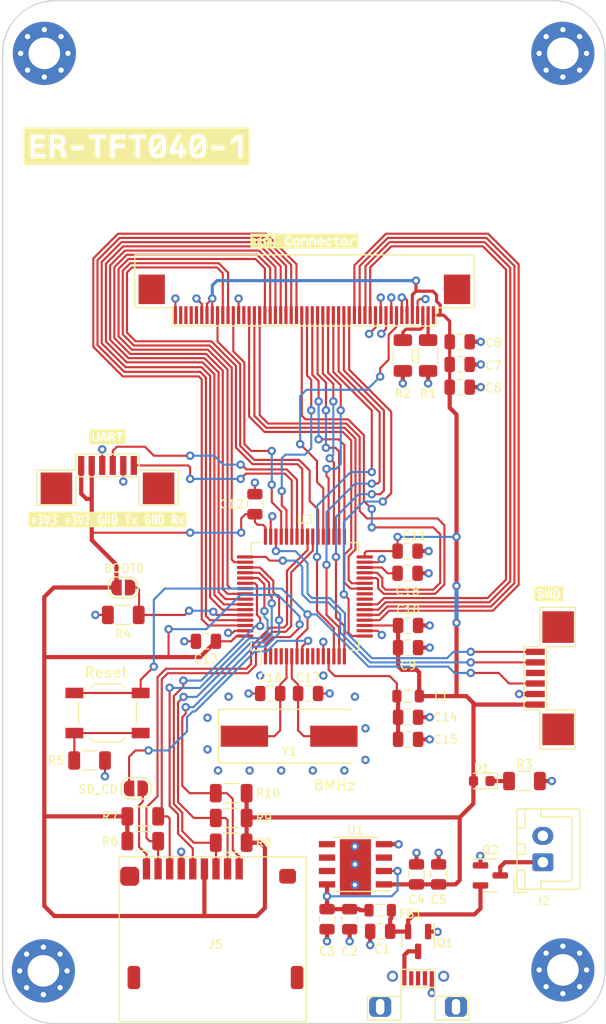
<source format=kicad_pcb>
(kicad_pcb (version 20221018) (generator pcbnew)
  (layers (0 "F.Cu" signal) (1 "In1.Cu" power) (2 "In2.Cu" power) (31 "B.Cu" signal) (34 "B.Paste" user) (35 "F.Paste" user) (36 "B.SilkS" user "B.Silkscreen") (37 "F.SilkS" user "F.Silkscreen") (38 "B.Mask" user) (39 "F.Mask" user) (44 "Edge.Cuts" user))
  (net 0 "")
  (net 1 "D{slash}C")
  (net 2 "OSC_IN")
  (net 3 "OSC_OUT")
  (net 4 "4-6V")
  (net 5 "PA9")
  (net 6 "PA10")
  (net 7 "Net-(Q1-S)")
  (net 8 "GND")
  (net 9 "+3V3")
  (net 10 "Net-(U1-ON)")
  (net 11 "PA13")
  (net 12 "PA14")
  (net 13 "+3V3A")
  (net 14 "NRST")
  (net 15 "BOOT0")
  (net 16 "PC8")
  (net 17 "LEDK1")
  (net 18 "LEDK2")
  (net 19 "PC13")
  (net 20 "PC14")
  (net 21 "PC15")
  (net 22 "PC0")
  (net 23 "PC1")
  (net 24 "PC2")
  (net 25 "PC3")
  (net 26 "Net-(U3-VCAP_1)")
  (net 27 "Net-(D1-K)")
  (net 34 "DB23")
  (net 35 "DB22")
  (net 36 "DB21")
  (net 37 "DB20")
  (net 38 "DB19")
  (net 39 "DB18")
  (net 43 "DB17")
  (net 44 "DB16")
  (net 45 "DB15")
  (net 46 "DB14")
  (net 47 "DB13")
  (net 48 "DB12")
  (net 49 "DB11")
  (net 50 "DB10")
  (net 51 "DB09")
  (net 52 "DB08")
  (net 53 "DB07")
  (net 54 "DB06")
  (net 55 "DB05")
  (net 56 "DB04")
  (net 57 "DB03")
  (net 58 "DB02")
  (net 59 "DB01")
  (net 60 "DB00")
  (net 64 "PC6")
  (net 65 "SDO")
  (net 66 "PA12")
  (net 67 "CSX")
  (net 68 "PC4")
  (net 69 "PC5")
  (net 70 "PC9")
  (net 71 "PA15")
  (net 72 "PC10")
  (net 73 "PC11")
  (net 74 "PC12")
  (net 75 "PD2")
  (net 76 "Net-(J1-VBUS)")
  (net 77 "Net-(J5-SHIELD)")
  (net 78 "Net-(R5-Pad1)")
  (footprint "Capacitor_SMD:C_0805_2012Metric" (layer "F.Cu") (at 149.05 115.05)
    (fp_text reference "C15")
    (fp_text value "0.1uF")
  )
  (footprint "Resistor_SMD:R_1206_3216Metric" (layer "F.Cu") (at 132.25 120.15)
    (fp_text reference "R10")
    (fp_text value "10k")
  )
  (footprint "Button_Switch_SMD:SW_SPST_TL3342" (layer "F.Cu") (at 120.5 112.55)
    (fp_text reference "SW1" hide)
    (fp_text value "Reset Button")
  )
  (footprint "Custom:LR1801G-33-SH2-R" (layer "F.Cu") (at 144.05 126.895 180)
    (fp_text reference "U1")
    (fp_text value "LR1801G-33-SH2-R")
  )
  (footprint "Resistor_SMD:R_1206_3216Metric" (layer "F.Cu") (at 150.95 78.65 90)
    (fp_text reference "R1")
    (fp_text value "10")
  )
  (footprint "Capacitor_SMD:C_0805_2012Metric" (layer "F.Cu") (at 153.95 77.35)
    (fp_text reference "C8")
    (fp_text value "0.1uF")
  )
  (footprint "Resistor_SMD:R_1206_3216Metric" (layer "F.Cu") (at 122 103.25 180)
    (fp_text reference "R4")
    (fp_text value "10k")
  )
  (footprint "kibuzzard-653E062C" (layer "F.Cu") (at 120.5 94.2)
    (fp_text reference "kibuzzard-653E062C" hide)
    (fp_text value "G***" hide)
  )
  (footprint "Inductor_SMD:L_0805_2012Metric" (layer "F.Cu") (at 149.05 110.95)
    (fp_text reference "L1")
    (fp_text value "39nH")
  )
  (footprint "kibuzzard-653E0743" (layer "F.Cu") (at 139.2 67.8)
    (fp_text reference "kibuzzard-653E0743" hide)
    (fp_text value "G***" hide)
  )
  (footprint "MountingHole:MountingHole_3mm_Pad_Via" (layer "F.Cu") (at 163.75 136.90901)
    (fp_text reference "H3" hide)
    (fp_text value "MountingHole")
  )
  (footprint "MountingHole:MountingHole_3mm_Pad_Via" (layer "F.Cu") (at 114.5 50)
    (fp_text reference "H1" hide)
    (fp_text value "MountingHole")
  )
  (footprint "Package_QFP:LQFP-64_10x10mm_P0.5mm" (layer "F.Cu") (at 139.25 101.5 90)
    (fp_text reference "U3")
    (fp_text value "STM32F446RETx")
  )
  (footprint "Capacitor_SMD:C_0805_2012Metric" (layer "F.Cu") (at 153.95 79.5)
    (fp_text reference "C7")
    (fp_text value "0.1uF")
  )
  (footprint "Resistor_SMD:R_1206_3216Metric" (layer "F.Cu") (at 118.8 117.05)
    (fp_text reference "R5")
    (fp_text value "10k")
  )
  (footprint "Capacitor_SMD:C_0805_2012Metric" (layer "F.Cu") (at 146.4 133.25 180)
    (fp_text reference "C1")
    (fp_text value "10uF")
  )
  (footprint "Capacitor_SMD:C_0805_2012Metric" (layer "F.Cu") (at 134.5 92.75 90)
    (fp_text reference "C12")
    (fp_text value "0.1uF")
  )
  (footprint "Resistor_SMD:R_1206_3216Metric" (layer "F.Cu") (at 123.85 124.7 180)
    (fp_text reference "R6")
    (fp_text value "10k")
  )
  (footprint "kibuzzard-653E05A6" (layer "F.Cu") (at 162.4 101.25)
    (fp_text reference "kibuzzard-653E05A6" hide)
    (fp_text value "G***" hide)
  )
  (footprint "Resistor_SMD:R_1206_3216Metric" (layer "F.Cu") (at 160.1 119 180)
    (fp_text reference "R3")
    (fp_text value "1k")
  )
  (footprint "MountingHole:MountingHole_3mm_Pad_Via" (layer "F.Cu") (at 114.40901 137)
    (fp_text reference "H2" hide)
    (fp_text value "MountingHole")
  )
  (footprint "kibuzzard-653E05C0" (layer "F.Cu") (at 120.5 86.35)
    (fp_text reference "kibuzzard-653E05C0" hide)
    (fp_text value "G***" hide)
  )
  (footprint "LED_SMD:LED_0603_1608Metric" (layer "F.Cu") (at 156.05 119 180)
    (fp_text reference "D1")
    (fp_text value "Power Indicator")
  )
  (footprint "Capacitor_SMD:C_0805_2012Metric" (layer "F.Cu") (at 149.05 104.25)
    (fp_text reference "C10")
    (fp_text value "0.1uF")
  )
  (footprint "Package_TO_SOT_SMD:SOT-23" (layer "F.Cu") (at 150 134.2125 -90)
    (fp_text reference "Q1")
    (fp_text value "DMG2305UX-13")
  )
  (footprint "Capacitor_SMD:C_0805_2012Metric" (layer "F.Cu") (at 143.5 132.1 -90)
    (fp_text reference "C2")
    (fp_text value "10uF")
  )
  (footprint "Custom:FFC2B17-50-T" (layer "F.Cu") (at 139.2 74.825 180)
    (fp_text reference "U2" hide)
    (fp_text value "ER-TFT040-1")
  )
  (footprint "Capacitor_SMD:C_0805_2012Metric" (layer "F.Cu") (at 149 99.3)
    (fp_text reference "C18")
    (fp_text value "4.7uF")
  )
  (footprint "Jumper:SolderJumper-2_P1.3mm_Open_RoundedPad1.0x1.5mm" (layer "F.Cu") (at 123.2 119.7)
    (fp_text reference "JP2" hide)
    (fp_text value "SD_CD JP")
  )
  (footprint "Capacitor_SMD:C_0805_2012Metric" (layer "F.Cu") (at 149 97.2)
    (fp_text reference "C11")
    (fp_text value "0.1uF")
  )
  (footprint "Capacitor_SMD:C_0805_2012Metric" (layer "F.Cu") (at 139.55 110.7)
    (fp_text reference "C17")
    (fp_text value "12pF")
  )
  (footprint "Inductor_SMD:L_0805_2012Metric" (layer "F.Cu") (at 146.4 131.25 180)
    (fp_text reference "FB1")
    (fp_text value "FerriteBead_Small")
  )
  (footprint "Resistor_SMD:R_1206_3216Metric" (layer "F.Cu") (at 132.25 122.5)
    (fp_text reference "R9")
    (fp_text value "10k")
  )
  (footprint "Crystal:Crystal_SMD_HC49-SD" (layer "F.Cu") (at 137.75 114.75)
    (fp_text reference "Y1")
    (fp_text value "8MHz")
  )
  (footprint "Capacitor_SMD:C_0805_2012Metric" (layer "F.Cu") (at 153.95 81.65)
    (fp_text reference "C6")
    (fp_text value "10uF")
  )
  (footprint "Capacitor_SMD:C_0805_2012Metric" (layer "F.Cu") (at 141.35 132.1 -90)
    (fp_text reference "C3")
    (fp_text value "0.1uF")
  )
  (footprint "Custom:AFA07-S06FCA-00" (layer "F.Cu") (at 161.13 109.25 90)
    (fp_text reference "J4" hide)
    (fp_text value "SWD")
  )
  (footprint "Connector_JST:JST_XH_B2B-XH-A_1x02_P2.50mm_Vertical" (layer "F.Cu") (at 161.85 126.7 90)
    (fp_text reference "J2")
    (fp_text value "External Power")
  )
  (footprint "Package_TO_SOT_SMD:SOT-23" (layer "F.Cu") (at 156.8625 127.95)
    (fp_text reference "Q2")
    (fp_text value "DMG2305UX-13")
  )
  (footprint "Capacitor_SMD:C_0805_2012Metric" (layer "F.Cu") (at 151.95 127.85 90)
    (fp_text reference "C5")
    (fp_text value "4.7uF")
  )
  (footprint "Jumper:SolderJumper-2_P1.3mm_Open_RoundedPad1.0x1.5mm" (layer "F.Cu") (at 122 100.65 180)
    (fp_text reference "JP1" hide)
    (fp_text value "Jumper_2_Open")
  )
  (footprint "Resistor_SMD:R_1206_3216Metric" (layer "F.Cu") (at 148.55 78.65 -90)
    (fp_text reference "R2")
    (fp_text value "10")
  )
  (footprint "MountingHole:MountingHole_3mm_Pad_Via" (layer "F.Cu") (at 163.75 50)
    (fp_text reference "H4" hide)
    (fp_text value "MountingHole")
  )
  (footprint "Custom:AFA07-S06FCA-00" (layer "F.Cu") (at 120.5 89.075)
    (fp_text reference "J3" hide)
    (fp_text value "UART Header")
  )
  (footprint "Capacitor_SMD:C_0805_2012Metric" (layer "F.Cu") (at 149.05 112.95)
    (fp_text reference "C14")
    (fp_text value "1uF")
  )
  (footprint "kibuzzard-653E07B4" (layer "F.Cu") (at 123.25 58.8)
    (fp_text reference "kibuzzard-653E07B4" hide)
    (fp_text value "G***" hide)
  )
  (footprint "Capacitor_SMD:C_0805_2012Metric" (layer "F.Cu") (at 149.85 127.85 90)
    (fp_text reference "C4")
    (fp_text value "0.1uF")
  )
  (footprint "Capacitor_SMD:C_0805_2012Metric" (layer "F.Cu") (at 135.95 110.7 180)
    (fp_text reference "C16")
    (fp_text value "12pF")
  )
  (footprint "Resistor_SMD:R_1206_3216Metric" (layer "F.Cu") (at 123.85 122.35 180)
    (fp_text reference "R7")
    (fp_text value "10k")
  )
  (footprint "Capacitor_SMD:C_0805_2012Metric" (layer "F.Cu") (at 129.85 105.75 180)
    (fp_text reference "C13")
    (fp_text value "0.1uF")
  )
  (footprint "Custom:Micro_USB_B_Female" (layer "F.Cu") (at 150 137.71)
    (fp_text reference "J1" hide)
    (fp_text value "USB_B_Micro")
  )
  (footprint "Custom:MicroSD-TF-015" (layer "F.Cu") (at 130.754 127.3325)
    (fp_text reference "J5")
    (fp_text value "Micro_SD_Card")
  )
  (footprint "Resistor_SMD:R_1206_3216Metric" (layer "F.Cu") (at 132.25 124.85)
    (fp_text reference "R8")
    (fp_text value "10k")
  )
  (footprint "Capacitor_SMD:C_0805_2012Metric" (layer "F.Cu") (at 149.05 106.35)
    (fp_text reference "C9")
    (fp_text value "10uF")
  )
  (gr_line (start 110.535534 50) (end 110.535534 137) (stroke (width 0.12)) (layer "Edge.Cuts"))
  (gr_arc (start 110.535534 50) (mid 112 46.464466) (end 115.535534 45) (stroke (width 0.12)) (layer "Edge.Cuts"))
  (gr_arc (start 115.535534 142) (mid 112 140.535534) (end 110.535534 137) (stroke (width 0.12)) (layer "Edge.Cuts"))
  (gr_line (start 162.75 45) (end 115.535534 45) (stroke (width 0.12)) (layer "Edge.Cuts"))
  (gr_arc (start 162.75 45) (mid 166.285534 46.464466) (end 167.75 50) (stroke (width 0.12)) (layer "Edge.Cuts"))
  (gr_arc (start 167.75 137) (mid 166.285534 140.535534) (end 162.75 142) (stroke (width 0.12)) (layer "Edge.Cuts"))
  (gr_line (start 115.535534 142) (end 162.75 142) (stroke (width 0.12)) (layer "Edge.Cuts"))
  (gr_line (start 167.75 137) (end 167.75 50) (stroke (width 0.12)) (layer "Edge.Cuts"))
  (gr_text "SD_CD" (at 117.65 120.25) (layer "F.SilkS") (effects (font (size 0.8 0.8) (thickness 0.12)) (justify left bottom)))
  (gr_text "BOOT0" (at 120.05 99.3) (layer "F.SilkS") (effects (font (size 0.8 0.8) (thickness 0.12)) (justify left bottom)))
  (gr_text "8MHz" (at 140 120) (layer "F.SilkS") (effects (font (size 1 1)) (justify left bottom)))
  (gr_text "Reset" (at 118.2 109.3) (layer "F.SilkS") (effects (font (size 1 1)) (justify left bottom)))
  (segment (start 139 89.415686) (end 138.542157 88.957843) (width 0.2) (layer "F.Cu") (net 1))
  (segment (start 130.362743 77.3) (end 123.165686 77.3) (width 0.2) (layer "F.Cu") (net 1))
  (segment (start 132.7 79.637256) (end 130.362743 77.3) (width 0.2) (layer "F.Cu") (net 1))
  (segment (start 130.9 70.3) (end 131.45 70.85) (width 0.2) (layer "F.Cu") (net 1))
  (segment (start 131.45 70.85) (end 131.45 74.825) (width 0.2) (layer "F.Cu") (net 1))
  (segment (start 134.268628 88.95) (end 132.7 87.381372) (width 0.2) (layer "F.Cu") (net 1))
  (segment (start 137.4 88.95) (end 134.268628 88.95) (width 0.2) (layer "F.Cu") (net 1))
  (segment (start 123.165686 77.3) (end 122.35 76.484314) (width 0.2) (layer "F.Cu") (net 1))
  (segment (start 139 95.825) (end 139 89.415686) (width 0.2) (layer "F.Cu") (net 1))
  (segment (start 138.542157 88.957843) (end 137.407843 88.957843) (width 0.2) (layer "F.Cu") (net 1))
  (segment (start 132.7 87.381372) (end 132.7 79.637256) (width 0.2) (layer "F.Cu") (net 1))
  (segment (start 122.35 70.775488) (end 122.825488 70.3) (width 0.2) (layer "F.Cu") (net 1))
  (segment (start 122.825488 70.3) (end 130.9 70.3) (width 0.2) (layer "F.Cu") (net 1))
  (segment (start 137.407843 88.957843) (end 137.4 88.95) (width 0.2) (layer "F.Cu") (net 1))
  (segment (start 122.35 76.484314) (end 122.35 70.775488) (width 0.2) (layer "F.Cu") (net 1))
  (segment (start 136.35 114.75) (end 133.5 114.75) (width 0.2) (layer "F.Cu") (net 2))
  (segment (start 136.9 109.85) (end 136.9 110.7) (width 0.2) (layer "F.Cu") (net 2))
  (segment (start 137.5 109.25) (end 136.9 109.85) (width 0.2) (layer "F.Cu") (net 2))
  (segment (start 136.9 110.7) (end 136.9 114.2) (width 0.2) (layer "F.Cu") (net 2))
  (segment (start 136.9 114.2) (end 136.35 114.75) (width 0.2) (layer "F.Cu") (net 2))
  (segment (start 137.5 107.175) (end 137.5 109.25) (width 0.2) (layer "F.Cu") (net 2))
  (segment (start 138 107.175) (end 138 109.25) (width 0.2) (layer "F.Cu") (net 3))
  (segment (start 138.6 110.7) (end 138.6 114.2) (width 0.2) (layer "F.Cu") (net 3))
  (segment (start 138 109.25) (end 138.6 109.85) (width 0.2) (layer "F.Cu") (net 3))
  (segment (start 138.6 109.85) (end 138.6 110.7) (width 0.2) (layer "F.Cu") (net 3))
  (segment (start 139.15 114.75) (end 142 114.75) (width 0.2) (layer "F.Cu") (net 3))
  (segment (start 138.6 114.2) (end 139.15 114.75) (width 0.2) (layer "F.Cu") (net 3))
  (segment (start 157.8 127.95) (end 157.8 127.15) (width 0.4) (layer "F.Cu") (net 4))
  (segment (start 158.25 126.7) (end 161.85 126.7) (width 0.4) (layer "F.Cu") (net 4))
  (segment (start 157.8 127.15) (end 158.25 126.7) (width 0.4) (layer "F.Cu") (net 4))
  (segment (start 137.515686 89.45) (end 133.7 89.45) (width 0.2) (layer "F.Cu") (net 5))
  (segment (start 124.9 88.15) (end 124.05 87.3) (width 0.2) (layer "F.Cu") (net 5))
  (segment (start 133.25 89) (end 133.15 89) (width 0.2) (layer "F.Cu") (net 5))
  (segment (start 138.5 95.825) (end 138.5 90.434314) (width 0.2) (layer "F.Cu") (net 5))
  (segment (start 121 87.7) (end 121 89.075) (width 0.2) (layer "F.Cu") (net 5))
  (segment (start 121.4 87.3) (end 121 87.7) (width 0.2) (layer "F.Cu") (net 5))
  (segment (start 138.5 90.434314) (end 137.515686 89.45) (width 0.2) (layer "F.Cu") (net 5))
  (segment (start 124.05 87.3) (end 121.4 87.3) (width 0.2) (layer "F.Cu") (net 5))
  (segment (start 133.7 89.45) (end 133.25 89) (width 0.2) (layer "F.Cu") (net 5))
  (segment (start 128.35 88.15) (end 124.9 88.15) (width 0.2) (layer "F.Cu") (net 5))
  (via (at 133.15 89) (size 0.8) (drill 0.4) (layers "F.Cu" "B.Cu") (net 5))
  (via (at 128.35 88.15) (size 0.8) (drill 0.4) (layers "F.Cu" "B.Cu") (net 5))
  (segment (start 133.15 89) (end 131.5 89) (width 0.2) (layer "B.Cu") (net 5))
  (segment (start 131.5 89) (end 130.65 88.15) (width 0.2) (layer "B.Cu") (net 5))
  (segment (start 130.65 88.15) (end 128.35 88.15) (width 0.2) (layer "B.Cu") (net 5))
  (segment (start 128.175 89.075) (end 123 89.075) (width 0.2) (layer "F.Cu") (net 6))
  (segment (start 133.15 90.35) (end 133.65 89.85) (width 0.2) (layer "F.Cu") (net 6))
  (segment (start 138 90.5) (end 138 95.825) (width 0.2) (layer "F.Cu") (net 6))
  (segment (start 128.35 89.25) (end 128.175 89.075) (width 0.2) (layer "F.Cu") (net 6))
  (segment (start 128.35 90.35) (end 128.35 89.25) (width 0.2) (layer "F.Cu") (net 6))
  (segment (start 133.65 89.85) (end 137.35 89.85) (width 0.2) (layer "F.Cu") (net 6))
  (segment (start 137.35 89.85) (end 138 90.5) (width 0.2) (layer "F.Cu") (net 6))
  (via (at 133.15 90.35) (size 0.8) (drill 0.4) (layers "F.Cu" "B.Cu") (net 6))
  (via (at 128.35 90.35) (size 0.8) (drill 0.4) (layers "F.Cu" "B.Cu") (net 6))
  (segment (start 133.15 90.35) (end 128.35 90.35) (width 0.2) (layer "B.Cu") (net 6))
  (segment (start 147.46 131.2525) (end 147.46 132.01) (width 0.4) (layer "F.Cu") (net 7))
  (segment (start 155.925 131.075) (end 155.35 131.65) (width 0.4) (layer "F.Cu") (net 7))
  (segment (start 147.4625 131.25) (end 147.46 131.2525) (width 0.4) (layer "F.Cu") (net 7))
  (segment (start 147.35 133.25) (end 147.35 132.11) (width 0.4) (layer "F.Cu") (net 7))
  (segment (start 155.925 128.9) (end 155.925 131.075) (width 0.4) (layer "F.Cu") (net 7))
  (segment (start 147.45 132.01) (end 147.35 132.11) (width 0.4) (layer "F.Cu") (net 7))
  (segment (start 149.05 133.275) (end 147.375 133.275) (width 0.4) (layer "F.Cu") (net 7))
  (segment (start 147.375 133.275) (end 147.35 133.25) (width 0.4) (layer "F.Cu") (net 7))
  (segment (start 149.6 131.65) (end 149.05 132.2) (width 0.4) (layer "F.Cu") (net 7))
  (segment (start 149.05 132.2) (end 149.05 133.275) (width 0.4) (layer "F.Cu") (net 7))
  (segment (start 155.35 131.65) (end 149.6 131.65) (width 0.4) (layer "F.Cu") (net 7))
  (segment (start 146.75 124.99) (end 148.14 124.99) (width 0.4) (layer "F.Cu") (net 8))
  (segment (start 154.9 77.35) (end 155.95 77.35) (width 0.4) (layer "F.Cu") (net 8))
  (segment (start 134.5 91.8) (end 134.5 90.7) (width 0.2) (layer "F.Cu") (net 8))
  (segment (start 132.95 74.825) (end 132.95 73.25) (width 0.2) (layer "F.Cu") (net 8))
  (segment (start 120.5375 103.25) (end 119.35 103.25) (width 0.2) (layer "F.Cu") (net 8))
  (segment (start 148.95 73.4) (end 148.7 73.15) (width 0.2) (layer "F.Cu") (net 8))
  (segment (start 161.5625 119) (end 162.7 119) (width 0.4) (layer "F.Cu") (net 8))
  (segment (start 150.15 73.3) (end 150.7 73.3) (width 0.2) (layer "F.Cu") (net 8))
  (segment (start 148.7 73.15) (end 148.45 73.15) (width 0.2) (layer "F.Cu") (net 8))
  (segment (start 146.95 74.825) (end 146.95 76.144139) (width 0.2) (layer "F.Cu") (net 8))
  (segment (start 140.5 110.7) (end 141.6 110.7) (width 0.2) (layer "F.Cu") (net 8))
  (segment (start 131.961257 104.9495) (end 132.384814 104.9495) (width 0.2) (layer "F.Cu") (net 8))
  (segment (start 148.45 74.825) (end 148.45 73.15) (width 0.2) (layer "F.Cu") (net 8))
  (segment (start 146.95 76.144139) (end 146.505901 76.588238) (width 0.2) (layer "F.Cu") (net 8))
  (segment (start 150 115.05) (end 151.1 115.05) (width 0.4) (layer "F.Cu") (net 8))
  (segment (start 150.95 133.275) (end 151.825 133.275) (width 0.4) (layer "F.Cu") (net 8))
  (segment (start 132.384814 104.9495) (end 132.584314 104.75) (width 0.2) (layer "F.Cu") (net 8))
  (segment (start 145.45 133.25) (end 145.45 134.55) (width 0.4) (layer "F.Cu") (net 8))
  (segment (start 149.95 73.5) (end 150.15 73.3) (width 0.2) (layer "F.Cu") (net 8))
  (segment (start 146.25 98.25) (end 146.55 97.95) (width 0.2) (layer "F.Cu") (net 8))
  (segment (start 149.85 126.9) (end 149.85 125.8) (width 0.4) (layer "F.Cu") (net 8))
  (segment (start 129.45 73.75) (end 128.95 73.25) (width 0.2) (layer "F.Cu") (net 8))
  (segment (start 145.95 76) (end 145.95 74.825) (width 0.2) (layer "F.Cu") (net 8))
  (segment (start 126.95 74.825) (end 126.95 73.25) (width 0.2) (layer "F.Cu") (net 8))
  (segment (start 136 95.825) (end 136 94.05) (width 0.2) (layer "F.Cu") (net 8))
  (segment (start 151.95 126.9) (end 151.95 125.8) (width 0.4) (layer "F.Cu") (net 8))
  (segment (start 120.2625 117.05) (end 120.2625 118.5375) (width 0.2) (layer "F.Cu") (net 8))
  (segment (start 120.2625 118.5375) (end 120.25 118.55) (width 0.2) (layer "F.Cu") (net 8))
  (segment (start 132.584314 104.75) (end 133.575 104.75) (width 0.2) (layer "F.Cu") (net 8))
  (segment (start 120 89.075) (end 120 87.55) (width 0.2) (layer "F.Cu") (net 8))
  (segment (start 148.55 80.1125) (end 148.55 81.3) (width 0.4) (layer "F.Cu") (net 8))
  (segment (start 150 106.35) (end 151.1 106.35) (width 0.4) (layer "F.Cu") (net 8))
  (segment (start 144.925 104.75) (end 146.15 104.75) (width 0.2) (layer "F.Cu") (net 8))
  (segment (start 146.45 74.825) (end 146.45 73.15) (width 0.2) (layer "F.Cu") (net 8))
  (segment (start 154.9 79.5) (end 155.95 79.5) (width 0.4) (layer "F.Cu") (net 8))
  (segment (start 127.504 127.3325) (end 127.504 125.704) (width 0.4) (layer "F.Cu") (net 8))
  (segment (start 155.925 127) (end 155.925 126.125) (width 0.4) (layer "F.Cu") (net 8))
  (segment (start 151.3 137.71) (end 151.3 139.1) (width 0.4) (layer "F.Cu") (net 8))
  (segment (start 145.35 76.6) (end 145.95 76) (width 0.2) (layer "F.Cu") (net 8))
  (segment (start 149.95 97.2) (end 151 97.2) (width 0.4) (layer "F.Cu") (net 8))
  (segment (start 161.13 110.75) (end 159.6 110.75) (width 0.4) (layer "F.Cu") (net 8))
  (segment (start 141.35 133.05) (end 141.35 134.2) (width 0.4) (layer "F.Cu") (net 8))
  (segment (start 146.15 104.75) (end 146.55 105.15) (width 0.2) (layer "F.Cu") (net 8))
  (segment (start 144.925 98.25) (end 146.25 98.25) (width 0.2) (layer "F.Cu") (net 8))
  (segment (start 143.5 133.05) (end 143.5 134.2) (width 0.4) (layer "F.Cu") (net 8))
  (segment (start 147.45 74.825) (end 147.45 73.15) (width 0.2) (layer "F.Cu") (net 8))
  (segment (start 155.925 126.125) (end 155.9 126.1) (width 0.4) (layer "F.Cu") (net 8))
  (segment (start 150 112.95) (end 151.1 112.95) (width 0.4) (layer "F.Cu") (net 8))
  (segment (start 129.45 74.825) (end 129.45 73.75) (width 0.2) (layer "F.Cu") (net 8))
  (segment (start 135 110.7) (end 133.9 110.7) (width 0.2) (layer "F.Cu") (net 8))
  (segment (start 148.95 74.825) (end 148.95 73.4) (width 0.2) (layer "F.Cu") (net 8))
  (segment (start 148.14 124.99) (end 148.15 125) (width 0.4) (layer "F.Cu") (net 8))
  (segment (start 154.9 81.65) (end 155.95 81.65) (width 0.4) (layer "F.Cu") (net 8))
  (segment (start 127.504 125.704) (end 127.5 125.7) (width 0.4) (layer "F.Cu") (net 8))
  (segment (start 122 89.075) (end 122 90.6) (width 0.2) (layer "F.Cu") (net 8))
  (segment (start 149.95 99.3) (end 151 99.3) (width 0.4) (layer "F.Cu") (net 8))
  (segment (start 151.825 133.275) (end 151.85 133.3) (width 0.4) (layer "F.Cu") (net 8))
  (segment (start 128.9 105.75) (end 127.8 105.75) (width 0.2) (layer "F.Cu") (net 8))
  (segment (start 150 104.25) (end 151.1 104.25) (width 0.4) (layer "F.Cu") (net 8))
  (segment (start 149.95 74.825) (end 149.95 73.5) (width 0.2) (layer "F.Cu") (net 8))
  (segment (start 150.95 80.1125) (end 150.95 81.3) (width 0.4) (layer "F.Cu") (net 8))
  (segment (start 136 94.05) (end 136.15 93.9) (width 0.2) (layer "F.Cu") (net 8))
  (segment (start 141 107.175) (end 141 105.8) (width 0.2) (layer "F.Cu") (net 8))
  (via (at 144 125.2) (size 0.8) (drill 0.4) (layers "F.Cu" "B.Cu") (net 8))
  (via (at 140 118) (size 0.8) (drill 0.4) (layers "F.Cu" "B.Cu") (net 8))
  (via (at 132.95 73.25) (size 0.8) (drill 0.4) (layers "F.Cu" "B.Cu") (net 8))
  (via (at 137 118) (size 0.8) (drill 0.4) (layers "F.Cu" "B.Cu") (net 8))
  (via (at 134 118) (size 0.8) (drill 0.4) (layers "F.Cu" "B.Cu") (net 8))
  (via (at 151.95 125.8) (size 0.8) (drill 0.4) (layers "F.Cu" "B.Cu") (net 8))
  (via (at 144 111) (size 0.8) (drill 0.4) (layers "F.Cu" "B.Cu") (net 8))
  (via (at 155.95 81.65) (size 0.8) (drill 0.4) (layers "F.Cu" "B.Cu") (net 8))
  (via (at 120.25 118.55) (size 0.8) (drill 0.4) (layers "F.Cu" "B.Cu") (net 8))
  (via (at 146.45 73.15) (size 0.8) (drill 0.4) (layers "F.Cu" "B.Cu") (net 8))
  (via (at 151.85 133.3) (size 0.8) (drill 0.4) (layers "F.Cu" "B.Cu") (net 8))
  (via (at 143 118) (size 0.8) (drill 0.4) (layers "F.Cu" "B.Cu") (net 8))
  (via (at 151.1 106.35) (size 0.8) (drill 0.4) (layers "F.Cu" "B.Cu") (net 8))
  (via (at 128.95 73.25) (size 0.8) (drill 0.4) (layers "F.Cu" "B.Cu") (net 8))
  (via (at 151.1 115.05) (size 0.8) (drill 0.4) (layers "F.Cu" "B.Cu") (net 8))
  (via (at 141 105.8) (size 0.8) (drill 0.4) (layers "F.Cu" "B.Cu") (net 8))
  (via (at 141.35 134.2) (size 0.8) (drill 0.4) (layers "F.Cu" "B.Cu") (net 8))
  (via (at 162.7 119) (size 0.8) (drill 0.4) (layers "F.Cu" "B.Cu") (net 8))
  (via (at 148.55 81.3) (size 0.8) (drill 0.4) (layers "F.Cu" "B.Cu") (net 8))
  (via (at 151.1 104.25) (size 0.8) (drill 0.4) (layers "F.Cu" "B.Cu") (net 8))
  (via (at 145 114) (size 0.8) (drill 0.4) (layers "F.Cu" "B.Cu") (net 8))
  (via (at 143.5 134.2) (size 0.8) (drill 0.4) (layers "F.Cu" "B.Cu") (net 8))
  (via (at 130 113) (size 0.8) (drill 0.4) (layers "F.Cu" "B.Cu") (net 8))
  (via (at 119.35 103.25) (size 0.8) (drill 0.4) (layers "F.Cu" "B.Cu") (net 8))
  (via (at 151 97.2) (size 0.8) (drill 0.4) (layers "F.Cu" "B.Cu") (net 8))
  (via (at 150.95 81.3) (size 0.8) (drill 0.4) (layers "F.Cu" "B.Cu") (net 8))
  (via (at 131 118) (size 0.8) (drill 0.4) (layers "F.Cu" "B.Cu") (net 8))
  (via (at 146.55 105.15) (size 0.8) (drill 0.4) (layers "F.Cu" "B.Cu") (net 8))
  (via (at 126.95 73.25) (size 0.8) (drill 0.4) (layers "F.Cu" "B.Cu") (net 8))
  (via (at 151 99.3) (size 0.8) (drill 0.4) (layers "F.Cu" "B.Cu") (net 8))
  (via (at 122 90.6) (size 0.8) (drill 0.4) (layers "F.Cu" "B.Cu") (net 8))
  (via (at 148.45 73.15) (size 0.8) (drill 0.4) (layers "F.Cu" "B.Cu") (net 8))
  (via (at 133.9 110.7) (size 0.8) (drill 0.4) (layers "F.Cu" "B.Cu") (net 8))
  (via (at 127.5 125.7) (size 0.8) (drill 0.4) (layers "F.Cu" "B.Cu") (net 8))
  (via (at 144 126.9) (size 0.8) (drill 0.4) (layers "F.Cu" "B.Cu") (net 8))
  (via (at 150.7 73.3) (size 0.8) (drill 0.4) (layers "F.Cu" "B.Cu") (net 8))
  (via (at 155.9 126.1) (size 0.8) (drill 0.4) (layers "F.Cu" "B.Cu") (net 8))
  (via (at 141.6 110.7) (size 0.8) (drill 0.4) (layers "F.Cu" "B.Cu") (net 8))
  (via (at 149.85 125.8) (size 0.8) (drill 0.4) (layers "F.Cu" "B.Cu") (net 8))
  (via (at 145.35 76.6) (size 0.8) (drill 0.4) (layers "F.Cu" "B.Cu") (net 8))
  (via (at 135 109) (size 0.8) (drill 0.4) (layers "F.Cu" "B.Cu") (net 8))
  (via (at 147.45 73.15) (size 0.8) (drill 0.4) (layers "F.Cu" "B.Cu") (net 8))
  (via (at 127.8 105.75) (size 0.8) (drill 0.4) (layers "F.Cu" "B.Cu") (net 8))
  (via (at 146.505901 76.588238) (size 0.8) (drill 0.4) (layers "F.Cu" "B.Cu") (net 8))
  (via (at 141 109) (size 0.8) (drill 0.4) (layers "F.Cu" "B.Cu") (net 8))
  (via (at 151.1 112.95) (size 0.8) (drill 0.4) (layers "F.Cu" "B.Cu") (net 8))
  (via (at 155.95 77.35) (size 0.8) (drill 0.4) (layers "F.Cu" "B.Cu") (net 8))
  (via (at 145.45 134.55) (size 0.8) (drill 0.4) (layers "F.Cu" "B.Cu") (net 8))
  (via (at 145 117) (size 0.8) (drill 0.4) (layers "F.Cu" "B.Cu") (net 8))
  (via (at 131.961257 104.9495) (size 0.8) (drill 0.4) (layers "F.Cu" "B.Cu") (net 8))
  (via (at 134.5 90.7) (size 0.8) (drill 0.4) (layers "F.Cu" "B.Cu") (net 8))
  (via (at 132 111) (size 0.8) (drill 0.4) (layers "F.Cu" "B.Cu") (net 8))
  (via (at 159.6 110.75) (size 0.8) (drill 0.4) (layers "F.Cu" "B.Cu") (net 8))
  (via (at 120 87.55) (size 0.8) (drill 0.4) (layers "F.Cu" "B.Cu") (net 8))
  (via (at 148.15 125) (size 0.8) (drill 0.4) (layers "F.Cu" "B.Cu") (net 8))
  (via (at 136.15 93.9) (size 0.8) (drill 0.4) (layers "F.Cu" "B.Cu") (net 8))
  (via (at 151.3 139.1) (size 0.8) (drill 0.4) (layers "F.Cu" "B.Cu") (net 8))
  (via (at 144 128.85) (size 0.8) (drill 0.4) (layers "F.Cu" "B.Cu") (net 8))
  (via (at 130 116) (size 0.8) (drill 0.4) (layers "F.Cu" "B.Cu") (net 8))
  (via (at 155.95 79.5) (size 0.8) (drill 0.4) (layers "F.Cu" "B.Cu") (net 8))
  (via (at 146.55 97.95) (size 0.8) (drill 0.4) (layers "F.Cu" "B.Cu") (net 8))
  (segment (start 149.85 108.45) (end 150.1 108.7) (width 0.4) (layer "F.Cu") (net 9))
  (segment (start 119 92.25) (end 119 89.075) (width 0.4) (layer "F.Cu") (net 9))
  (segment (start 114.5 130.85) (end 114.5 122.35) (width 0.4) (layer "F.Cu") (net 9))
  (segment (start 122.3875 122.35) (end 122.3875 124.7) (width 0.4) (layer "F.Cu") (net 9))
  (segment (start 145.1 97.2) (end 148.05 97.2) (width 0.2) (layer "F.Cu") (net 9))
  (segment (start 133.7625 122.45) (end 133.7125 122.5) (width 0.4) (layer "F.Cu") (net 9))
  (segment (start 146.75 128.8) (end 149.85 128.8) (width 0.4) (layer "F.Cu") (net 9))
  (segment (start 129.95 73.75) (end 129.95 74.825) (width 0.2) (layer "F.Cu") (net 9))
  (segment (start 155.25 119.0125) (end 155.2625 119) (width 0.4) (layer "F.Cu") (net 9))
  (segment (start 153.95 122.45) (end 155.25 121.15) (width 0.4) (layer "F.Cu") (net 9))
  (segment (start 133.6 93.7) (end 134.5 93.7) (width 0.2) (layer "F.Cu") (net 9))
  (segment (start 135.25 94.7) (end 135.5 94.95) (width 0.2) (layer "F.Cu") (net 9))
  (segment (start 150.1 110.9375) (end 150.1125 110.95) (width 0.4) (layer "F.Cu") (net 9))
  (segment (start 151.4 72.55) (end 151.75 72.9) (width 0.3) (layer "F.Cu") (net 9))
  (segment (start 153.65 100.5) (end 153.65 95.85) (width 0.4) (layer "F.Cu") (net 9))
  (segment (start 134.675 131.8) (end 129.7 131.8) (width 0.4) (layer "F.Cu") (net 9))
  (segment (start 144.925 97.375) (end 145.1 97.2) (width 0.2) (layer "F.Cu") (net 9))
  (segment (start 148.1 106.35) (end 148.1 104.25) (width 0.4) (layer "F.Cu") (net 9))
  (segment (start 135 124.85) (end 135.45 125.3) (width 0.4) (layer "F.Cu") (net 9))
  (segment (start 134.75 94.7) (end 135.25 94.7) (width 0.2) (layer "F.Cu") (net 9))
  (segment (start 149.8 71.55) (end 149.8 72.55) (width 0.3) (layer "F.Cu") (net 9))
  (segment (start 151.95 128.8) (end 153.55 128.8) (width 0.4) (layer "F.Cu") (net 9))
  (segment (start 153.95 122.45) (end 133.7625 122.45) (width 0.4) (layer "F.Cu") (net 9))
  (segment (start 153.65 84.25) (end 153 83.6) (width 0.4) (layer "F.Cu") (net 9))
  (segment (start 130.45 73.25) (end 129.95 73.75) (width 0.2) (layer "F.Cu") (net 9))
  (segment (start 132.25 105.75) (end 130.8 105.75) (width 0.2) (layer "F.Cu") (net 9))
  (segment (start 114.5 107.25) (end 126.3 107.25) (width 0.4) (layer "F.Cu") (net 9))
  (segment (start 155.25 121.15) (end 155.25 119.0125) (width 0.4) (layer "F.Cu") (net 9))
  (segment (start 151.75 72.9) (end 151.75 73.5) (width 0.3) (layer "F.Cu") (net 9))
  (segment (start 149.8 72.55) (end 151.4 72.55) (width 0.3) (layer "F.Cu") (net 9))
  (segment (start 134.5 94.45) (end 134.75 94.7) (width 0.2) (layer "F.Cu") (net 9))
  (segment (start 130.45 74.825) (end 130.45 73.25) (width 0.2) (layer "F.Cu") (net 9))
  (segment (start 149.45 74.825) (end 149.45 72.9) (width 0.3) (layer "F.Cu") (net 9))
  (segment (start 114.5 101.55) (end 115.4 100.65) (width 0.4) (layer "F.Cu") (net 9))
  (segment (start 121.35 100.65) (end 121.35 98.5) (width 0.4) (layer "F.Cu") (net 9))
  (segment (start 153 81.65) (end 153 79.5) (width 0.3) (layer "F.Cu") (net 9))
  (segment (start 129.7 131.8) (end 115.45 131.8) (width 0.4) (layer "F.Cu") (net 9))
  (segment (start 149.45 72.9) (end 149.8 72.55) (width 0.3) (layer "F.Cu") (net 9))
  (segment (start 133.2 95.45) (end 133.2 94.1) (width 0.2) (layer "F.Cu") (net 9))
  (segment (start 132.75 105.25) (end 132.25 105.75) (width 0.2) (layer "F.Cu") (net 9))
  (segment (start 153.95 128.4) (end 153.95 122.45) (width 0.4) (layer "F.Cu") (net 9))
  (segment (start 161.13 111.75) (end 155.4 111.75) (width 0.4) (layer "F.Cu") (net 9))
  (segment (start 152.1 73.85) (end 152.1 74.825) (width 0.3) (layer "F.Cu") (net 9))
  (segment (start 148.1 106.35) (end 148.1 108.1) (width 0.4) (layer "F.Cu") (net 9))
  (segment (start 135.5 94.95) (end 135.5 95.825) (width 0.2) (layer "F.Cu") (net 9))
  (segment (start 119 95.45) (end 119 92.25) (width 0.4) (layer "F.Cu") (net 9))
  (segment (start 148.05 97.2) (end 148.05 95.85) (width 0.2) (layer "F.Cu") (net 9))
  (segment (start 153.65 95.85) (end 153.65 84.25) (width 0.4) (layer "F.Cu") (net 9))
  (segment (start 153 79.5) (end 153 77.35) (width 0.3) (layer "F.Cu") (net 9))
  (segment (start 135.5 106.05) (end 136.2 105.35) (width 0.2) (layer "F.Cu") (net 9))
  (segment (start 153 83.6) (end 153 81.65) (width 0.4) (layer "F.Cu") (net 9))
  (segment (start 133.7125 122.5) (end 133.7125 120.15) (width 0.4) (layer "F.Cu") (net 9))
  (segment (start 152.425 74.825) (end 153 75.4) (width 0.3) (layer "F.Cu") (net 9))
  (segment (start 150.1 108.7) (end 150.1 110.9375) (width 0.4) (layer "F.Cu") (net 9))
  (segment (start 138.75 104.45) (end 138.75 104.15) (width 0.2) (layer "F.Cu") (net 9))
  (segment (start 133.7125 124.85) (end 133.7125 122.5) (width 0.4) (layer "F.Cu") (net 9))
  (segment (start 119 96.15) (end 119 95.45) (width 0.4) (layer "F.Cu") (net 9))
  (segment (start 126.3 107.25) (end 129.3 107.25) (width 0.4) (layer "F.Cu") (net 9))
  (segment (start 129.7 131.8) (end 129.704 131.796) (width 0.4) (layer "F.Cu") (net 9))
  (segment (start 115.4 100.65) (end 121.35 100.65) (width 0.4) (layer "F.Cu") (net 9))
  (segment (start 137.85 105.35) (end 138.75 104.45) (width 0.2) (layer "F.Cu") (net 9))
  (segment (start 115.45 131.8) (end 114.5 130.85) (width 0.4) (layer "F.Cu") (net 9))
  (segment (start 121.35 98.5) (end 119 96.15) (width 0.4) (layer "F.Cu") (net 9))
  (segment (start 133.7125 124.85) (end 135 124.85) (width 0.4) (layer "F.Cu") (net 9))
  (segment (start 148.1 108.1) (end 148.45 108.45) (width 0.4) (layer "F.Cu") (net 9))
  (segment (start 126.3 104.6) (end 126.3 107.25) (width 0.2) (layer "F.Cu") (net 9))
  (segment (start 153 75.4) (end 153 77.35) (width 0.3) (layer "F.Cu") (net 9))
  (segment (start 129.3 107.25) (end 130.8 105.75) (width 0.4) (layer "F.Cu") (net 9))
  (segment (start 114.5 122.35) (end 114.5 107.25) (width 0.4) (layer "F.Cu") (net 9))
  (segment (start 128.35 95.45) (end 119 95.45) (width 0.2) (layer "F.Cu") (net 9))
  (segment (start 154.6 110.95) (end 153.65 110.95) (width 0.4) (layer "F.Cu") (net 9))
  (segment (start 151.75 73.5) (end 152.1 73.85) (width 0.3) (layer "F.Cu") (net 9))
  (segment (start 129.704 131.796) (end 129.704 127.3325) (width 0.4) (layer "F.Cu") (net 9))
  (segment (start 118.5 92.25) (end 118 91.75) (width 0.4) (layer "F.Cu") (net 9))
  (segment (start 136.2 105.35) (end 137.85 105.35) (width 0.2) (layer "F.Cu") (net 9))
  (segment (start 153.55 128.8) (end 153.95 128.4) (width 0.4) (layer "F.Cu") (net 9))
  (segment (start 155.2625 111.6125) (end 154.6 110.95) (width 0.4) (layer "F.Cu") (net 9))
  (segment (start 133.2 94.1) (end 133.6 93.7) (width 0.2) (layer "F.Cu") (net 9))
  (segment (start 155.2625 119) (end 155.2625 111.6125) (width 0.4) (layer "F.Cu") (net 9))
  (segment (start 155.4 111.75) (end 155.2625 111.6125) (width 0.4) (layer "F.Cu") (net 9))
  (segment (start 135.45 131.025) (end 134.675 131.8) (width 0.4) (layer "F.Cu") (net 9))
  (segment (start 148.45 108.45) (end 149.85 108.45) (width 0.4) (layer "F.Cu") (net 9))
  (segment (start 134.5 93.7) (end 134.5 94.45) (width 0.2) (layer "F.Cu") (net 9))
  (segment (start 114.5 122.35) (end 122.3875 122.35) (width 0.4) (layer "F.Cu") (net 9))
  (segment (start 114.5 107.25) (end 114.5 101.55) (width 0.4) (layer "F.Cu") (net 9))
  (segment (start 135.5 107.175) (end 135.5 106.05) (width 0.2) (layer "F.Cu") (net 9))
  (segment (start 152.1 74.825) (end 152.425 74.825) (width 0.3) (layer "F.Cu") (net 9))
  (segment (start 119 92.25) (end 118.5 92.25) (width 0.4) (layer "F.Cu") (net 9))
  (segment (start 149.85 128.8) (end 151.95 128.8) (width 0.4) (layer "F.Cu") (net 9))
  (segment (start 135.45 125.3) (end 135.45 131.025) (width 0.4) (layer "F.Cu") (net 9))
  (segment (start 118 91.75) (end 118 89.075) (width 0.4) (layer "F.Cu") (net 9))
  (segment (start 151.45 74.825) (end 152.1 74.825) (width 0.3) (layer "F.Cu") (net 9))
  (segment (start 153.65 110.95) (end 153.65 104) (width 0.4) (layer "F.Cu") (net 9))
  (segment (start 144.925 104.25) (end 148.1 104.25) (width 0.2) (layer "F.Cu") (net 9))
  (segment (start 153.65 110.95) (end 150.1125 110.95) (width 0.4) (layer "F.Cu") (net 9))
  (segment (start 133.575 105.25) (end 132.75 105.25) (width 0.2) (layer "F.Cu") (net 9))
  (segment (start 144.925 97.75) (end 144.925 97.375) (width 0.2) (layer "F.Cu") (net 9))
  (via (at 153.65 104) (size 0.8) (drill 0.4) (layers "F.Cu" "B.Cu") (net 9))
  (via (at 126.3 104.6) (size 0.8) (drill 0.4) (layers "F.Cu" "B.Cu") (net 9))
  (via (at 153.65 95.85) (size 0.8) (drill 0.4) (layers "F.Cu" "B.Cu") (net 9))
  (via (at 148.05 95.85) (size 0.8) (drill 0.4) (layers "F.Cu" "B.Cu") (net 9))
  (via (at 130.45 73.25) (size 0.8) (drill 0.4) (layers "F.Cu" "B.Cu") (net 9))
  (via (at 128.35 95.45) (size 0.8) (drill 0.4) (layers "F.Cu" "B.Cu") (net 9))
  (via (at 133.2 95.45) (size 0.8) (drill 0.4) (layers "F.Cu" "B.Cu") (net 9))
  (via (at 153.65 100.5) (size 0.8) (drill 0.4) (layers "F.Cu" "B.Cu") (net 9))
  (via (at 138.75 104.15) (size 0.8) (drill 0.4) (layers "F.Cu" "B.Cu") (net 9))
  (via (at 149.8 71.55) (size 0.8) (drill 0.4) (layers "F.Cu" "B.Cu") (net 9))
  (segment (start 153.65 104) (end 153.65 100.5) (width 0.4) (layer "B.Cu") (net 9))
  (segment (start 133.2 95.45) (end 128.35 95.45) (width 0.2) (layer "B.Cu") (net 9))
  (segment (start 130.45 72) (end 130.45 73.25) (width 0.3) (layer "B.Cu") (net 9))
  (segment (start 133.13995 101.35) (end 129.88995 104.6) (width 0.2) (layer "B.Cu") (net 9))
  (segment (start 129.88995 104.6) (end 126.3 104.6) (width 0.2) (layer "B.Cu") (net 9))
  (segment (start 138.75 104.15) (end 138.75 103.4) (width 0.2) (layer "B.Cu") (net 9))
  (segment (start 138.75 103.4) (end 136.7 101.35) (width 0.2) (layer "B.Cu") (net 9))
  (segment (start 136.7 101.35) (end 133.13995 101.35) (width 0.2) (layer "B.Cu") (net 9))
  (segment (start 130.9 71.55) (end 130.45 72) (width 0.3) (layer "B.Cu") (net 9))
  (segment (start 149.8 71.55) (end 130.9 71.55) (width 0.3) (layer "B.Cu") (net 9))
  (segment (start 148.05 95.85) (end 153.65 95.85) (width 0.2) (layer "B.Cu") (net 9))
  (segment (start 144.52 131.25) (end 145.3375 131.25) (width 0.4) (layer "F.Cu") (net 10))
  (segment (start 141.35 129.93) (end 141.35 128.8) (width 0.4) (layer "F.Cu") (net 10))
  (segment (start 144.42 131.15) (end 144.52 131.25) (width 0.4) (layer "F.Cu") (net 10))
  (segment (start 143.5 131.15) (end 141.35 131.15) (width 0.4) (layer "F.Cu") (net 10))
  (segment (start 141.35 131.15) (end 141.35 129.93) (width 0.4) (layer "F.Cu") (net 10))
  (segment (start 146.75 127.53) (end 148.05 127.53) (width 0.2) (layer "F.Cu") (net 10))
  (segment (start 143.5 131.15) (end 144.42 131.15) (width 0.4) (layer "F.Cu") (net 10))
  (via (at 141.35 129.93) (size 0.8) (drill 0.4) (layers "F.Cu" "B.Cu") (net 10))
  (via (at 148.05 127.53) (size 0.8) (drill 0.4) (layers "F.Cu" "B.Cu") (net 10))
  (segment (start 148.05 129.37) (end 147.49 129.93) (width 0.2) (layer "B.Cu") (net 10))
  (segment (start 147.49 129.93) (end 141.35 129.93) (width 0.2) (layer "B.Cu") (net 10))
  (segment (start 148.05 127.53) (end 148.05 129.37) (width 0.2) (layer "B.Cu") (net 10))
  (segment (start 136.5 97.2) (end 136.5 95.825) (width 0.2) (layer "F.Cu") (net 11))
  (segment (start 161.13 106.75) (end 155 106.75) (width 0.2) (layer "F.Cu") (net 11))
  (via (at 155 106.75) (size 0.8) (drill 0.4) (layers "F.Cu" "B.Cu") (net 11))
  (via (at 136.5 97.2) (size 0.8) (drill 0.4) (layers "F.Cu" "B.Cu") (net 11))
  (segment (start 138.35 97.2) (end 139.5 98.35) (width 0.2) (layer "B.Cu") (net 11))
  (segment (start 143.057843 104.792157) (end 145.615686 107.35) (width 0.2) (layer "B.Cu") (net 11))
  (segment (start 152.75 107.35) (end 153.35 106.75) (width 0.2) (layer "B.Cu") (net 11))
  (segment (start 139.5 98.35) (end 139.5 101.234314) (width 0.2) (layer "B.Cu") (net 11))
  (segment (start 136.5 97.2) (end 138.35 97.2) (width 0.2) (layer "B.Cu") (net 11))
  (segment (start 145.615686 107.35) (end 152.75 107.35) (width 0.2) (layer "B.Cu") (net 11))
  (segment (start 141.615686 101.65) (end 143.057843 103.092157) (width 0.2) (layer "B.Cu") (net 11))
  (segment (start 139.5 101.234314) (end 139.915686 101.65) (width 0.2) (layer "B.Cu") (net 11))
  (segment (start 153.35 106.75) (end 155 106.75) (width 0.2) (layer "B.Cu") (net 11))
  (segment (start 143.057843 103.092157) (end 143.057843 104.792157) (width 0.2) (layer "B.Cu") (net 11))
  (segment (start 139.915686 101.65) (end 141.615686 101.65) (width 0.2) (layer "B.Cu") (net 11))
  (segment (start 155 107.75) (end 161.13 107.75) (width 0.2) (layer "F.Cu") (net 12))
  (segment (start 137.15 98.1) (end 135.9 98.1) (width 0.2) (layer "F.Cu") (net 12))
  (segment (start 135.9 98.1) (end 135.55 97.75) (width 0.2) (layer "F.Cu") (net 12))
  (segment (start 135.55 97.75) (end 133.575 97.75) (width 0.2) (layer "F.Cu") (net 12))
  (via (at 137.15 98.1) (size 0.8) (drill 0.4) (layers "F.Cu" "B.Cu") (net 12))
  (via (at 155 107.75) (size 0.8) (drill 0.4) (layers "F.Cu" "B.Cu") (net 12))
  (segment (start 138.4 98.1) (end 139 98.7) (width 0.2) (layer "B.Cu") (net 12))
  (segment (start 142.6 103.2) (end 142.6 104.9) (width 0.2) (layer "B.Cu") (net 12))
  (segment (start 145.45 107.75) (end 155 107.75) (width 0.2) (layer "B.Cu") (net 12))
  (segment (start 142.6 104.9) (end 145.45 107.75) (width 0.2) (layer "B.Cu") (net 12))
  (segment (start 139 101.3) (end 139.75 102.05) (width 0.2) (layer "B.Cu") (net 12))
  (segment (start 139.75 102.05) (end 141.45 102.05) (width 0.2) (layer "B.Cu") (net 12))
  (segment (start 137.15 98.1) (end 138.4 98.1) (width 0.2) (layer "B.Cu") (net 12))
  (segment (start 141.45 102.05) (end 142.6 103.2) (width 0.2) (layer "B.Cu") (net 12))
  (segment (start 139 98.7) (end 139 101.3) (width 0.2) (layer "B.Cu") (net 12))
  (segment (start 147.3 109.05) (end 147.9875 109.7375) (width 0.2) (layer "F.Cu") (net 13))
  (segment (start 148.1 115.05) (end 148.1 112.95) (width 0.4) (layer "F.Cu") (net 13))
  (segment (start 141.5 108.45) (end 142.1 109.05) (width 0.2) (layer "F.Cu") (net 13))
  (segment (start 142.1 109.05) (end 147.3 109.05) (width 0.2) (layer "F.Cu") (net 13))
  (segment (start 141.5 107.175) (end 141.5 108.45) (width 0.2) (layer "F.Cu") (net 13))
  (segment (start 148.1 112.95) (end 148.1 111.0625) (width 0.4) (layer "F.Cu") (net 13))
  (segment (start 148.1 111.0625) (end 147.9875 110.95) (width 0.4) (layer "F.Cu") (net 13))
  (segment (start 147.9875 109.7375) (end 147.9875 110.95) (width 0.2) (layer "F.Cu") (net 13))
  (segment (start 123.65 109.4) (end 124.9 108.15) (width 0.2) (layer "F.Cu") (net 14))
  (segment (start 139.5 104.55) (end 138.5 105.55) (width 0.2) (layer "F.Cu") (net 14))
  (segment (start 117.35 110.65) (end 123.65 110.65) (width 0.2) (layer "F.Cu") (net 14))
  (segment (start 139.5 103.2) (end 139.5 104.55) (width 0.2) (layer "F.Cu") (net 14))
  (segment (start 138.5 105.55) (end 138.5 107.175) (width 0.2) (layer "F.Cu") (net 14))
  (segment (start 158.65 109.75) (end 161.13 109.75) (width 0.2) (layer "F.Cu") (net 14))
  (segment (start 123.65 110.65) (end 123.65 109.4) (width 0.2) (layer "F.Cu") (net 14))
  (segment (start 157.65 108.75) (end 158.65 109.75) (width 0.2) (layer "F.Cu") (net 14))
  (segment (start 155 108.75) (end 157.65 108.75) (width 0.2) (layer "F.Cu") (net 14))
  (via (at 124.9 108.15) (size 0.8) (drill 0.4) (layers "F.Cu" "B.Cu") (net 14))
  (via (at 155 108.75) (size 0.8) (drill 0.4) (layers "F.Cu" "B.Cu") (net 14))
  (via (at 139.5 103.2) (size 0.8) (drill 0.4) (layers "F.Cu" "B.Cu") (net 14))
  (segment (start 125.95 100.75) (end 137.05 100.75) (width 0.2) (layer "B.Cu") (net 14))
  (segment (start 152.85 108.15) (end 153.45 108.75) (width 0.2) (layer "B.Cu") (net 14))
  (segment (start 145.284315 108.15) (end 152.85 108.15) (width 0.2) (layer "B.Cu") (net 14))
  (segment (start 140.334314 103.2) (end 145.284315 108.15) (width 0.2) (layer "B.Cu") (net 14))
  (segment (start 124.9 101.8) (end 125.95 100.75) (width 0.2) (layer "B.Cu") (net 14))
  (segment (start 124.9 108.15) (end 124.9 101.8) (width 0.2) (layer "B.Cu") (net 14))
  (segment (start 153.45 108.75) (end 155 108.75) (width 0.2) (layer "B.Cu") (net 14))
  (segment (start 139.5 103.2) (end 140.334314 103.2) (width 0.2) (layer "B.Cu") (net 14))
  (segment (start 137.05 100.75) (end 139.5 103.2) (width 0.2) (layer "B.Cu") (net 14))
  (segment (start 123.5 100.85) (end 123.5 103.2125) (width 0.2) (layer "F.Cu") (net 15))
  (segment (start 127.85 103.25) (end 128.25 102.85) (width 0.2) (layer "F.Cu") (net 15))
  (segment (start 123.4625 103.25) (end 127.85 103.25) (width 0.2) (layer "F.Cu") (net 15))
  (segment (start 123.3 100.65) (end 123.5 100.85) (width 0.2) (layer "F.Cu") (net 15))
  (segment (start 130.85 103.25) (end 133.575 103.25) (width 0.2) (layer "F.Cu") (net 15))
  (segment (start 130.55 102.95) (end 130.85 103.25) (width 0.2) (layer "F.Cu") (net 15))
  (segment (start 123.5 103.2125) (end 123.4625 103.25) (width 0.2) (layer "F.Cu") (net 15))
  (segment (start 122.65 100.65) (end 123.3 100.65) (width 0.2) (layer "F.Cu") (net 15))
  (via (at 130.55 102.95) (size 0.8) (drill 0.4) (layers "F.Cu" "B.Cu") (net 15))
  (via (at 128.25 102.85) (size 0.8) (drill 0.4) (layers "F.Cu" "B.Cu") (net 15))
  (segment (start 130.45 102.85) (end 130.55 102.95) (width 0.2) (layer "B.Cu") (net 15))
  (segment (start 128.25 102.85) (end 130.45 102.85) (width 0.2) (layer "B.Cu") (net 15))
  (segment (start 126.2 122.35) (end 125.3125 122.35) (width 0.2) (layer "F.Cu") (net 16))
  (segment (start 137.95 104.315686) (end 137.415686 104.85) (width 0.2) (layer "F.Cu") (net 16))
  (segment (start 126.404 122.554) (end 126.2 122.35) (width 0.2) (layer "F.Cu") (net 16))
  (segment (start 125.65 109.35) (end 125.65 122.0125) (width 0.2) (layer "F.Cu") (net 16))
  (segment (start 134.6 106.365686) (end 134.6 108) (width 0.2) (layer "F.Cu") (net 16))
  (segment (start 140 95.825) (end 140 97.16005) (width 0.2) (layer "F.Cu") (net 16))
  (segment (start 125.65 122.0125) (end 125.3125 122.35) (width 0.2) (layer "F.Cu") (net 16))
  (segment (start 126.225 108.775) (end 125.65 109.35) (width 0.2) (layer "F.Cu") (net 16))
  (segment (start 133.825 108.775) (end 126.225 108.775) (width 0.2) (layer "F.Cu") (net 16))
  (segment (start 137.415686 104.85) (end 136.115686 104.85) (width 0.2) (layer "F.Cu") (net 16))
  (segment (start 134.6 108) (end 133.825 108.775) (width 0.2) (layer "F.Cu") (net 16))
  (segment (start 140 97.16005) (end 137.95 99.21005) (width 0.2) (layer "F.Cu") (net 16))
  (segment (start 137.95 99.21005) (end 137.95 104.315686) (width 0.2) (layer "F.Cu") (net 16))
  (segment (start 136.115686 104.85) (end 134.6 106.365686) (width 0.2) (layer "F.Cu") (net 16))
  (segment (start 126.404 127.3325) (end 126.404 122.554) (width 0.2) (layer "F.Cu") (net 16))
  (segment (start 150.95 74.825) (end 150.95 77.1875) (width 0.3) (layer "F.Cu") (net 17))
  (segment (start 150.25 76.15) (end 148.85 76.15) (width 0.3) (layer "F.Cu") (net 18))
  (segment (start 150.45 75.95) (end 150.25 76.15) (width 0.3) (layer "F.Cu") (net 18))
  (segment (start 148.85 76.15) (end 148.55 76.45) (width 0.3) (layer "F.Cu") (net 18))
  (segment (start 150.45 74.825) (end 150.45 75.95) (width 0.3) (layer "F.Cu") (net 18))
  (segment (start 148.55 76.45) (end 148.55 77.1875) (width 0.3) (layer "F.Cu") (net 18))
  (segment (start 139.55 105.7) (end 139 106.25) (width 0.2) (layer "F.Cu") (net 22))
  (segment (start 122.55 116.7) (end 123.15 116.1) (width 0.2) (layer "F.Cu") (net 22))
  (segment (start 123.15 116.1) (end 124.4 116.1) (width 0.2) (layer "F.Cu") (net 22))
  (segment (start 139 106.25) (end 139 107.175) (width 0.2) (layer "F.Cu") (net 22))
  (segment (start 122.55 119.7) (end 122.55 116.7) (width 0.2) (layer "F.Cu") (net 22))
  (via (at 139.55 105.7) (size 0.8) (drill 0.4) (layers "F.Cu" "B.Cu") (net 22))
  (via (at 124.4 116.1) (size 0.8) (drill 0.4) (layers "F.Cu" "B.Cu") (net 22))
  (segment (start 128.819218 112.396468) (end 128.603532 112.396468) (width 0.2) (layer "B.Cu") (net 22))
  (segment (start 135.65 106.7) (end 134.515686 106.7) (width 0.2) (layer "B.Cu") (net 22))
  (segment (start 126.25 116.1) (end 124.4 116.1) (width 0.2) (layer "B.Cu") (net 22))
  (segment (start 128.603532 112.396468) (end 128.05 112.95) (width 0.2) (layer "B.Cu") (net 22))
  (segment (start 139.55 105.7) (end 136.65 105.7) (width 0.2) (layer "B.Cu") (net 22))
  (segment (start 136.65 105.7) (end 135.65 106.7) (width 0.2) (layer "B.Cu") (net 22))
  (segment (start 134.515686 106.7) (end 128.819218 112.396468) (width 0.2) (layer "B.Cu") (net 22))
  (segment (start 128.05 112.95) (end 128.05 114.3) (width 0.2) (layer "B.Cu") (net 22))
  (segment (start 128.05 114.3) (end 126.25 116.1) (width 0.2) (layer "B.Cu") (net 22))
  (segment (start 147.1 99.3) (end 148.05 99.3) (width 0.2) (layer "F.Cu") (net 26))
  (segment (start 144.925 98.75) (end 146.55 98.75) (width 0.2) (layer "F.Cu") (net 26))
  (segment (start 146.55 98.75) (end 147.1 99.3) (width 0.2) (layer "F.Cu") (net 26))
  (segment (start 156.8375 119) (end 158.6375 119) (width 0.4) (layer "F.Cu") (net 27))
  (segment (start 156.152942 68.3) (end 158.35 70.497058) (width 0.2) (layer "F.Cu") (net 34))
  (segment (start 158.35 99.902942) (end 156.602942 101.65) (width 0.2) (layer "F.Cu") (net 34))
  (segment (start 156.602942 101.65) (end 146.75 101.65) (width 0.2) (layer "F.Cu") (net 34))
  (segment (start 158.35 70.497058) (end 158.35 99.902942) (width 0.2) (layer "F.Cu") (net 34))
  (segment (start 146.75 101.65) (end 146.15 102.25) (width 0.2) (layer "F.Cu") (net 34))
  (segment (start 146.15 102.25) (end 144.925 102.25) (width 0.2) (layer "F.Cu") (net 34))
  (segment (start 145.45 70.3) (end 147.45 68.3) (width 0.2) (layer "F.Cu") (net 34))
  (segment (start 145.45 74.825) (end 145.45 70.3) (width 0.2) (layer "F.Cu") (net 34))
  (segment (start 147.45 68.3) (end 156.152942 68.3) (width 0.2) (layer "F.Cu") (net 34))
  (segment (start 158.75 70.331372) (end 158.75 100.068628) (width 0.2) (layer "F.Cu") (net 35))
  (segment (start 145 70.184314) (end 147.284314 67.9) (width 0.2) (layer "F.Cu") (net 35))
  (segment (start 156.318628 67.9) (end 158.75 70.331372) (width 0.2) (layer "F.Cu") (net 35))
  (segment (start 158.75 100.068628) (end 156.768627 102.05) (width 0.2) (layer "F.Cu") (net 35))
  (segment (start 145 74.8) (end 145 70.184314) (width 0.2) (layer "F.Cu") (net 35))
  (segment (start 144.95 74.825) (end 144.975 74.825) (width 0.2) (layer "F.Cu") (net 35))
  (segment (start 144.975 74.825) (end 145 74.8) (width 0.2) (layer "F.Cu") (net 35))
  (segment (start 147.284314 67.9) (end 156.318628 67.9) (width 0.2) (layer "F.Cu") (net 35))
  (segment (start 156.768627 102.05) (end 146.915686 102.05) (width 0.2) (layer "F.Cu") (net 35))
  (segment (start 146.215686 102.75) (end 144.925 102.75) (width 0.2) (layer "F.Cu") (net 35))
  (segment (start 146.915686 102.05) (end 146.215686 102.75) (width 0.2) (layer "F.Cu") (net 35))
  (segment (start 144.45 70.168628) (end 147.118628 67.5) (width 0.2) (layer "F.Cu") (net 36))
  (segment (start 146.281372 103.25) (end 144.925 103.25) (width 0.2) (layer "F.Cu") (net 36))
  (segment (start 159.15 70.165686) (end 159.15 100.234314) (width 0.2) (layer "F.Cu") (net 36))
  (segment (start 156.934312 102.45) (end 147.081372 102.45) (width 0.2) (layer "F.Cu") (net 36))
  (segment (start 156.484314 67.5) (end 159.15 70.165686) (width 0.2) (layer "F.Cu") (net 36))
  (segment (start 159.15 100.234314) (end 156.934312 102.45) (width 0.2) (layer "F.Cu") (net 36))
  (segment (start 147.081372 102.45) (end 146.281372 103.25) (width 0.2) (layer "F.Cu") (net 36))
  (segment (start 144.45 74.825) (end 144.45 70.168628) (width 0.2) (layer "F.Cu") (net 36))
  (segment (start 147.118628 67.5) (end 156.484314 67.5) (width 0.2) (layer "F.Cu") (net 36))
  (segment (start 156.65 67.1) (end 159.55 70) (width 0.2) (layer "F.Cu") (net 37))
  (segment (start 146.952942 67.1) (end 156.65 67.1) (width 0.2) (layer "F.Cu") (net 37))
  (segment (start 143.95 74.825) (end 143.95 70.102942) (width 0.2) (layer "F.Cu") (net 37))
  (segment (start 157.099997 102.85) (end 147.247058 102.85) (width 0.2) (layer "F.Cu") (net 37))
  (segment (start 146.347058 103.75) (end 144.925 103.75) (width 0.2) (layer "F.Cu") (net 37))
  (segment (start 159.55 70) (end 159.55 100.4) (width 0.2) (layer "F.Cu") (net 37))
  (segment (start 147.247058 102.85) (end 146.347058 103.75) (width 0.2) (layer "F.Cu") (net 37))
  (segment (start 159.55 100.4) (end 157.099997 102.85) (width 0.2) (layer "F.Cu") (net 37))
  (segment (start 143.95 70.102942) (end 146.952942 67.1) (width 0.2) (layer "F.Cu") (net 37))
  (segment (start 143.4 101.75) (end 142.95 101.3) (width 0.2) (layer "F.Cu") (net 38))
  (segment (start 143.7 105.25) (end 143.4 104.95) (width 0.2) (layer "F.Cu") (net 38))
  (segment (start 147.45 91.7) (end 147.45 83.984314) (width 0.2) (layer "F.Cu") (net 38))
  (segment (start 147.45 83.984314) (end 143.45 79.984314) (width 0.2) (layer "F.Cu") (net 38))
  (segment (start 146.65 92.5) (end 147.45 91.7) (width 0.2) (layer "F.Cu") (net 38))
  (segment (start 143.4 104.95) (end 143.4 101.75) (width 0.2) (layer "F.Cu") (net 38))
  (segment (start 144.925 105.25) (end 143.7 105.25) (width 0.2) (layer "F.Cu") (net 38))
  (segment (start 143.45 79.984314) (end 143.45 74.825) (width 0.2) (layer "F.Cu") (net 38))
  (via (at 142.95 101.3) (size 0.8) (drill 0.4) (layers "F.Cu" "B.Cu") (net 38))
  (via (at 146.65 92.5) (size 0.8) (drill 0.4) (layers "F.Cu" "B.Cu") (net 38))
  (segment (start 144.85 92.5) (end 142.95 94.4) (width 0.2) (layer "B.Cu") (net 38))
  (segment (start 142.95 94.4) (end 142.95 101.3) (width 0.2) (layer "B.Cu") (net 38))
  (segment (start 146.65 92.5) (end 144.85 92.5) (width 0.2) (layer "B.Cu") (net 38))
  (segment (start 142.2 103.5) (end 142.2 97.75) (width 0.2) (layer "F.Cu") (net 39))
  (segment (start 143 104.3) (end 142.2 103.5) (width 0.2) (layer "F.Cu") (net 39))
  (segment (start 146.75 83.85) (end 142.95 80.05) (width 0.2) (layer "F.Cu") (net 39))
  (segment (start 145.6 91.8) (end 146.4 91.8) (width 0.2) (layer "F.Cu") (net 39))
  (segment (start 143 107.175) (end 143 104.3) (width 0.2) (layer "F.Cu") (net 39))
  (segment (start 146.4 91.8) (end 146.75 91.45) (width 0.2) (layer "F.Cu") (net 39))
  (segment (start 146.75 91.45) (end 146.75 83.85) (width 0.2) (layer "F.Cu") (net 39))
  (segment (start 142.95 80.05) (end 142.95 74.825) (width 0.2) (layer "F.Cu") (net 39))
  (via (at 142.2 97.75) (size 0.8) (drill 0.4) (layers "F.Cu" "B.Cu") (net 39))
  (via (at 145.6 91.8) (size 0.8) (drill 0.4) (layers "F.Cu" "B.Cu") (net 39))
  (segment (start 145.6 91.8) (end 144.3495 91.8) (width 0.2) (layer "B.Cu") (net 39))
  (segment (start 144.3495 91.8) (end 142.2 93.9495) (width 0.2) (layer "B.Cu") (net 39))
  (segment (start 142.2 93.9495) (end 142.2 97.75) (width 0.2) (layer "B.Cu") (net 39))
  (segment (start 146.15 90.8) (end 146.35 90.6) (width 0.2) (layer "F.Cu") (net 43))
  (segment (start 142.45 80.15) (end 142.45 74.825) (width 0.2) (layer "F.Cu") (net 43))
  (segment (start 145.6 90.8) (end 146.15 90.8) (width 0.2) (layer "F.Cu") (net 43))
  (segment (start 142.5 107.175) (end 142.5 104.434314) (width 0.2) (layer "F.Cu") (net 43))
  (segment (start 141.3 103.234314) (end 141.3 98.5) (width 0.2) (layer "F.Cu") (net 43))
  (segment (start 146.35 84.05) (end 142.45 80.15) (width 0.2) (layer "F.Cu") (net 43))
  (segment (start 146.35 90.6) (end 146.35 84.05) (width 0.2) (layer "F.Cu") (net 43))
  (segment (start 142.5 104.434314) (end 141.3 103.234314) (width 0.2) (layer "F.Cu") (net 43))
  (via (at 141.3 98.5) (size 0.8) (drill 0.4) (layers "F.Cu" "B.Cu") (net 43))
  (via (at 145.6 90.8) (size 0.8) (drill 0.4) (layers "F.Cu" "B.Cu") (net 43))
  (segment (start 144 90.8) (end 141.3 93.5) (width 0.2) (layer "B.Cu") (net 43))
  (segment (start 141.3 93.5) (end 141.3 98.5) (width 0.2) (layer "B.Cu") (net 43))
  (segment (start 145.6 90.8) (end 144 90.8) (width 0.2) (layer "B.Cu") (net 43))
  (segment (start 142 104.5) (end 140.4 102.9) (width 0.2) (layer "F.Cu") (net 44))
  (segment (start 145.6 83.865686) (end 141.95 80.215686) (width 0.2) (layer "F.Cu") (net 44))
  (segment (start 140.4 102.9) (end 140.4 97.75) (width 0.2) (layer "F.Cu") (net 44))
  (segment (start 145.6 89.7) (end 145.6 83.865686) (width 0.2) (layer "F.Cu") (net 44))
  (segment (start 142 107.175) (end 142 104.5) (width 0.2) (layer "F.Cu") (net 44))
  (segment (start 141.95 80.215686) (end 141.95 74.825) (width 0.2) (layer "F.Cu") (net 44))
  (via (at 145.6 89.7) (size 0.8) (drill 0.4) (layers "F.Cu" "B.Cu") (net 44))
  (via (at 140.4 97.75) (size 0.8) (drill 0.4) (layers "F.Cu" "B.Cu") (net 44))
  (segment (start 140.4 92.9) (end 140.4 97.75) (width 0.2) (layer "B.Cu") (net 44))
  (segment (start 143.6 89.7) (end 140.4 92.9) (width 0.2) (layer "B.Cu") (net 44))
  (segment (start 145.6 89.7) (end 143.6 89.7) (width 0.2) (layer "B.Cu") (net 44))
  (segment (start 141.3 90.1) (end 141.5 90.3) (width 0.2) (layer "F.Cu") (net 45))
  (segment (start 141.5 95.825) (end 141.5 90.3) (width 0.2) (layer "F.Cu") (net 45))
  (segment (start 142.6495 81.480872) (end 141.45 80.281372) (width 0.2) (layer "F.Cu") (net 45))
  (segment (start 141.45 80.281372) (end 141.45 74.825) (width 0.2) (layer "F.Cu") (net 45))
  (segment (start 142.6495 83.85) (end 142.6495 81.480872) (width 0.2) (layer "F.Cu") (net 45))
  (segment (start 141.3 89.4) (end 141.3 90.1) (width 0.2) (layer "F.Cu") (net 45))
  (via (at 141.3 89.4) (size 0.8) (drill 0.4) (layers "F.Cu" "B.Cu") (net 45))
  (via (at 142.6495 83.85) (size 0.8) (drill 0.4) (layers "F.Cu" "B.Cu") (net 45))
  (segment (start 142.2 89.4) (end 142.65 88.95) (width 0.2) (layer "B.Cu") (net 45))
  (segment (start 142.65 83.8505) (end 142.6495 83.85) (width 0.2) (layer "B.Cu") (net 45))
  (segment (start 141.3 89.4) (end 142.2 89.4) (width 0.2) (layer "B.Cu") (net 45))
  (segment (start 142.65 88.95) (end 142.65 83.8505) (width 0.2) (layer "B.Cu") (net 45))
  (segment (start 142 88.8) (end 141.6 88.4) (width 0.2) (layer "F.Cu") (net 46))
  (segment (start 142 95.825) (end 142 88.8) (width 0.2) (layer "F.Cu") (net 46))
  (segment (start 141.9495 83) (end 141.9495 81.346558) (width 0.2) (layer "F.Cu") (net 46))
  (segment (start 141.9495 81.346558) (end 140.95 80.347058) (width 0.2) (layer "F.Cu") (net 46))
  (segment (start 140.95 80.347058) (end 140.95 74.825) (width 0.2) (layer "F.Cu") (net 46))
  (via (at 141.6 88.4) (size 0.8) (drill 0.4) (layers "F.Cu" "B.Cu") (net 46))
  (via (at 141.9495 83) (size 0.8) (drill 0.4) (layers "F.Cu" "B.Cu") (net 46))
  (segment (start 141.95 83.0005) (end 141.9495 83) (width 0.2) (layer "B.Cu") (net 46))
  (segment (start 141.6 88.4) (end 141.95 88.05) (width 0.2) (layer "B.Cu") (net 46))
  (segment (start 141.95 88.05) (end 141.95 83.0005) (width 0.2) (layer "B.Cu") (net 46))
  (segment (start 141.25 81.212744) (end 140.45 80.412744) (width 0.2) (layer "F.Cu") (net 47))
  (segment (start 141.25 83.85) (end 141.25 81.212744) (width 0.2) (layer "F.Cu") (net 47))
  (segment (start 140.45 80.412744) (end 140.45 74.825) (width 0.2) (layer "F.Cu") (net 47))
  (segment (start 142.5 87.75) (end 142.5 95.825) (width 0.2) (layer "F.Cu") (net 47))
  (segment (start 142.15 87.4) (end 142.5 87.75) (width 0.2) (layer "F.Cu") (net 47))
  (segment (start 141.25 87.4) (end 142.15 87.4) (width 0.2) (layer "F.Cu") (net 47))
  (via (at 141.25 83.85) (size 0.8) (drill 0.4) (layers "F.Cu" "B.Cu") (net 47))
  (via (at 141.25 87.4) (size 0.8) (drill 0.4) (layers "F.Cu" "B.Cu") (net 47))
  (segment (start 141.25 87.4) (end 141.25 83.85) (width 0.2) (layer "B.Cu") (net 47))
  (segment (start 140.55 81.07843) (end 139.95 80.47843) (width 0.2) (layer "F.Cu") (net 48))
  (segment (start 142.45 86.6) (end 143 87.15) (width 0.2) (layer "F.Cu") (net 48))
  (segment (start 139.95 80.47843) (end 139.95 74.825) (width 0.2) (layer "F.Cu") (net 48))
  (segment (start 140.55 86.6) (end 142.45 86.6) (width 0.2) (layer "F.Cu") (net 48))
  (segment (start 143 87.15) (end 143 95.825) (width 0.2) (layer "F.Cu") (net 48))
  (segment (start 140.55 83) (end 140.55 81.07843) (width 0.2) (layer "F.Cu") (net 48))
  (via (at 140.55 86.6) (size 0.8) (drill 0.4) (layers "F.Cu" "B.Cu") (net 48))
  (via (at 140.55 83) (size 0.8) (drill 0.4) (layers "F.Cu" "B.Cu") (net 48))
  (segment (start 140.55 86.6) (end 140.55 83) (width 0.2) (layer "B.Cu") (net 48))
  (segment (start 139.85 80.944116) (end 139.85 83.85) (width 0.2) (layer "F.Cu") (net 49))
  (segment (start 139.45 74.825) (end 139.45 80.544116) (width 0.2) (layer "F.Cu") (net 49))
  (segment (start 139.45 80.544116) (end 139.85 80.944116) (width 0.2) (layer "F.Cu") (net 49))
  (segment (start 137.05 91.5) (end 137.05 92.85) (width 0.2) (layer "F.Cu") (net 49))
  (segment (start 137.05 92.85) (end 137.5 93.3) (width 0.2) (layer "F.Cu") (net 49))
  (segment (start 137.5 93.3) (end 137.5 95.825) (width 0.2) (layer "F.Cu") (net 49))
  (via (at 137.05 91.5) (size 0.8) (drill 0.4) (layers "F.Cu" "B.Cu") (net 49))
  (via (at 139.85 83.85) (size 0.8) (drill 0.4) (layers "F.Cu" "B.Cu") (net 49))
  (segment (start 137.05 88.4) (end 137.4 88.05) (width 0.2) (layer "B.Cu") (net 49))
  (segment (start 137.05 91.5) (end 137.05 88.4) (width 0.2) (layer "B.Cu") (net 49))
  (segment (start 137.4 88.05) (end 139.25 88.05) (width 0.2) (layer "B.Cu") (net 49))
  (segment (start 139.25 88.05) (end 139.85 87.45) (width 0.2) (layer "B.Cu") (net 49))
  (segment (start 139.85 87.45) (end 139.85 83.85) (width 0.2) (layer "B.Cu") (net 49))
  (segment (start 144.85 86.202942) (end 143.347058 84.7) (width 0.2) (layer "F.Cu") (net 50))
  (segment (start 145.6 93.2) (end 144.85 92.45) (width 0.2) (layer "F.Cu") (net 50))
  (segment (start 146.1 99.25) (end 144.925 99.25) (width 0.2) (layer "F.Cu") (net 50))
  (segment (start 143.347058 84.7) (end 139.3 84.7) (width 0.2) (layer "F.Cu") (net 50))
  (segment (start 138.95 84.35) (end 138.95 74.825) (width 0.2) (layer "F.Cu") (net 50))
  (segment (start 144.85 92.45) (end 144.85 86.202942) (width 0.2) (layer "F.Cu") (net 50))
  (segment (start 139.3 84.7) (end 138.95 84.35) (width 0.2) (layer "F.Cu") (net 50))
  (segment (start 146.9 100.85) (end 146.6 100.55) (width 0.2) (layer "F.Cu") (net 50))
  (segment (start 151.45 94.95) (end 152.1 95.6) (width 0.2) (layer "F.Cu") (net 50))
  (segment (start 146.6 100.55) (end 146.6 99.75) (width 0.2) (layer "F.Cu") (net 50))
  (segment (start 152.1 95.6) (end 152.1 100.2) (width 0.2) (layer "F.Cu") (net 50))
  (segment (start 151.45 100.85) (end 146.9 100.85) (width 0.2) (layer "F.Cu") (net 50))
  (segment (start 145.6 94.95) (end 151.45 94.95) (width 0.2) (layer "F.Cu") (net 50))
  (segment (start 146.6 99.75) (end 146.1 99.25) (width 0.2) (layer "F.Cu") (net 50))
  (segment (start 152.1 100.2) (end 151.45 100.85) (width 0.2) (layer "F.Cu") (net 50))
  (via (at 145.6 93.2) (size 0.8) (drill 0.4) (layers "F.Cu" "B.Cu") (net 50))
  (via (at 145.6 94.95) (size 0.8) (drill 0.4) (layers "F.Cu" "B.Cu") (net 50))
  (segment (start 145.6 94.95) (end 145.6 93.2) (width 0.2) (layer "B.Cu") (net 50))
  (segment (start 119.15 69.45) (end 121.5 67.1) (width 0.2) (layer "F.Cu") (net 51))
  (segment (start 135.55 67.1) (end 138.45 70) (width 0.2) (layer "F.Cu") (net 51))
  (segment (start 119.15 77.828428) (end 119.15 69.45) (width 0.2) (layer "F.Cu") (net 51))
  (segment (start 121.954415 80.632843) (end 119.15 77.828428) (width 0.2) (layer "F.Cu") (net 51))
  (segment (start 138.45 70) (end 138.45 74.825) (width 0.2) (layer "F.Cu") (net 51))
  (segment (start 133.575 104.25) (end 130.05 104.25) (width 0.2) (layer "F.Cu") (net 51))
  (segment (start 129.45 80.915686) (end 129.167157 80.632843) (width 0.2) (layer "F.Cu") (net 51))
  (segment (start 129.45 103.65) (end 129.45 80.915686) (width 0.2) (layer "F.Cu") (net 51))
  (segment (start 129.167157 80.632843) (end 121.954415 80.632843) (width 0.2) (layer "F.Cu") (net 51))
  (segment (start 130.05 104.25) (end 129.45 103.65) (width 0.2) (layer "F.Cu") (net 51))
  (segment (start 121.5 67.1) (end 135.55 67.1) (width 0.2) (layer "F.Cu") (net 51))
  (segment (start 130.25 103.75) (end 129.85 103.35) (width 0.2) (layer "F.Cu") (net 52))
  (segment (start 129.3 80.2) (end 122.087258 80.2) (width 0.2) (layer "F.Cu") (net 52))
  (segment (start 119.55 69.615686) (end 121.665686 67.5) (width 0.2) (layer "F.Cu") (net 52))
  (segment (start 135.384314 67.5) (end 137.95 70.065686) (width 0.2) (layer "F.Cu") (net 52))
  (segment (start 122.087258 80.2) (end 119.55 77.662742) (width 0.2) (layer "F.Cu") (net 52))
  (segment (start 133.575 103.75) (end 130.25 103.75) (width 0.2) (layer "F.Cu") (net 52))
  (segment (start 121.665686 67.5) (end 135.384314 67.5) (width 0.2) (layer "F.Cu") (net 52))
  (segment (start 129.85 80.75) (end 129.3 80.2) (width 0.2) (layer "F.Cu") (net 52))
  (segment (start 137.95 70.065686) (end 137.95 74.825) (width 0.2) (layer "F.Cu") (net 52))
  (segment (start 129.85 103.35) (end 129.85 80.75) (width 0.2) (layer "F.Cu") (net 52))
  (segment (start 119.55 77.662742) (end 119.55 69.615686) (width 0.2) (layer "F.Cu") (net 52))
  (segment (start 119.95 69.781372) (end 121.831372 67.9) (width 0.2) (layer "F.Cu") (net 53))
  (segment (start 133.575 102.75) (end 131.4 102.75) (width 0.2) (layer "F.Cu") (net 53))
  (segment (start 122.210786 79.757843) (end 119.95 77.497057) (width 0.2) (layer "F.Cu") (net 53))
  (segment (start 130.25 80.584314) (end 129.423529 79.757843) (width 0.2) (layer "F.Cu") (net 53))
  (segment (start 121.831372 67.9) (end 135.218628 67.9) (width 0.2) (layer "F.Cu") (net 53))
  (segment (start 137.45 70.131372) (end 137.45 75.2) (width 0.2) (layer "F.Cu") (net 53))
  (segment (start 129.423529 79.757843) (end 122.210786 79.757843) (width 0.2) (layer "F.Cu") (net 53))
  (segment (start 130.25 101.6) (end 130.25 80.584314) (width 0.2) (layer "F.Cu") (net 53))
  (segment (start 119.95 77.497057) (end 119.95 69.781372) (width 0.2) (layer "F.Cu") (net 53))
  (segment (start 131.4 102.75) (end 130.25 101.6) (width 0.2) (layer "F.Cu") (net 53))
  (segment (start 135.218628 67.9) (end 137.45 70.131372) (width 0.2) (layer "F.Cu") (net 53))
  (segment (start 131.55 102.25) (end 130.65 101.35) (width 0.2) (layer "F.Cu") (net 54))
  (segment (start 133.575 102.25) (end 131.55 102.25) (width 0.2) (layer "F.Cu") (net 54))
  (segment (start 120.35 69.947058) (end 121.997058 68.3) (width 0.2) (layer "F.Cu") (net 54))
  (segment (start 121.997058 68.3) (end 135.052942 68.3) (width 0.2) (layer "F.Cu") (net 54))
  (segment (start 130.65 101.35) (end 130.65 80.418628) (width 0.2) (layer "F.Cu") (net 54))
  (segment (start 129.531372 79.3) (end 122.318628 79.3) (width 0.2) (layer "F.Cu") (net 54))
  (segment (start 120.35 77.331372) (end 120.35 69.947058) (width 0.2) (layer "F.Cu") (net 54))
  (segment (start 135.052942 68.3) (end 136.95 70.197058) (width 0.2) (layer "F.Cu") (net 54))
  (segment (start 136.95 70.197058) (end 136.95 74.825) (width 0.2) (layer "F.Cu") (net 54))
  (segment (start 130.65 80.418628) (end 129.531372 79.3) (width 0.2) (layer "F.Cu") (net 54))
  (segment (start 122.318628 79.3) (end 120.35 77.331372) (width 0.2) (layer "F.Cu") (net 54))
  (segment (start 134.887256 68.7) (end 136.45 70.262744) (width 0.2) (layer "F.Cu") (net 55))
  (segment (start 133.575 101.75) (end 131.7 101.75) (width 0.2) (layer "F.Cu") (net 55))
  (segment (start 120.75 70.112744) (end 122.162744 68.7) (width 0.2) (layer "F.Cu") (net 55))
  (segment (start 120.75 77.165686) (end 120.75 70.112744) (width 0.2) (layer "F.Cu") (net 55))
  (segment (start 131.05 80.25) (end 129.7 78.9) (width 0.2) (layer "F.Cu") (net 55))
  (segment (start 122.162744 68.7) (end 134.887256 68.7) (width 0.2) (layer "F.Cu") (net 55))
  (segment (start 129.7 78.9) (end 122.484314 78.9) (width 0.2) (layer "F.Cu") (net 55))
  (segment (start 131.7 101.75) (end 131.05 101.1) (width 0.2) (layer "F.Cu") (net 55))
  (segment (start 122.484314 78.9) (end 120.75 77.165686) (width 0.2) (layer "F.Cu") (net 55))
  (segment (start 136.45 70.262744) (end 136.45 74.825) (width 0.2) (layer "F.Cu") (net 55))
  (segment (start 131.05 101.1) (end 131.05 80.25) (width 0.2) (layer "F.Cu") (net 55))
  (segment (start 129.865686 78.5) (end 122.65 78.5) (width 0.2) (layer "F.Cu") (net 56))
  (segment (start 131.45 100.8) (end 131.45 80.084314) (width 0.2) (layer "F.Cu") (net 56))
  (segment (start 134.72157 69.1) (end 135.95 70.32843) (width 0.2) (layer "F.Cu") (net 56))
  (segment (start 133.575 101.25) (end 131.9 101.25) (width 0.2) (layer "F.Cu") (net 56))
  (segment (start 131.9 101.25) (end 131.45 100.8) (width 0.2) (layer "F.Cu") (net 56))
  (segment (start 135.95 70.32843) (end 135.95 74.825) (width 0.2) (layer "F.Cu") (net 56))
  (segment (start 121.15 77) (end 121.15 70.27843) (width 0.2) (layer "F.Cu") (net 56))
  (segment (start 131.45 80.084314) (end 129.865686 78.5) (width 0.2) (layer "F.Cu") (net 56))
  (segment (start 121.15 70.27843) (end 122.32843 69.1) (width 0.2) (layer "F.Cu") (net 56))
  (segment (start 122.32843 69.1) (end 134.72157 69.1) (width 0.2) (layer "F.Cu") (net 56))
  (segment (start 122.65 78.5) (end 121.15 77) (width 0.2) (layer "F.Cu") (net 56))
  (segment (start 132.2 100.75) (end 131.9 100.45) (width 0.2) (layer "F.Cu") (net 57))
  (segment (start 131.9 79.968628) (end 130.031372 78.1) (width 0.2) (layer "F.Cu") (net 57))
  (segment (start 131.9 100.45) (end 131.9 79.968628) (width 0.2) (layer "F.Cu") (net 57))
  (segment (start 130.031372 78.1) (end 122.815686 78.1) (width 0.2) (layer "F.Cu") (net 57))
  (segment (start 133.575 100.75) (end 132.2 100.75) (width 0.2) (layer "F.Cu") (net 57))
  (segment (start 121.55 70.444116) (end 122.494116 69.5) (width 0.2) (layer "F.Cu") (net 57))
  (segment (start 134.555884 69.5) (end 135.45 70.394116) (width 0.2) (layer "F.Cu") (net 57))
  (segment (start 122.815686 78.1) (end 121.55 76.834314) (width 0.2) (layer "F.Cu") (net 57))
  (segment (start 121.55 76.834314) (end 121.55 70.444116) (width 0.2) (layer "F.Cu") (net 57))
  (segment (start 135.45 70.394116) (end 135.45 74.825) (width 0.2) (layer "F.Cu") (net 57))
  (segment (start 122.494116 69.5) (end 134.555884 69.5) (width 0.2) (layer "F.Cu") (net 57))
  (segment (start 146.2 99.915686) (end 146.034314 99.75) (width 0.2) (layer "F.Cu") (net 58))
  (segment (start 152.5 100.365686) (end 151.615686 101.25) (width 0.2) (layer "F.Cu") (net 58))
  (segment (start 144.45 93.4) (end 145.15 94.1) (width 0.2) (layer "F.Cu") (net 58))
  (segment (start 151.85 94.1) (end 152.5 94.75) (width 0.2) (layer "F.Cu") (net 58))
  (segment (start 145.15 94.1) (end 151.85 94.1) (width 0.2) (layer "F.Cu") (net 58))
  (segment (start 134.95 74.825) (end 134.95 84.3) (width 0.2) (layer "F.Cu") (net 58))
  (segment (start 151.615686 101.25) (end 146.734314 101.25) (width 0.2) (layer "F.Cu") (net 58))
  (segment (start 146.034314 99.75) (end 144.925 99.75) (width 0.2) (layer "F.Cu") (net 58))
  (segment (start 134.95 84.3) (end 135.75 85.1) (width 0.2) (layer "F.Cu") (net 58))
  (segment (start 144.45 86.368628) (end 144.45 93.4) (width 0.2) (layer "F.Cu") (net 58))
  (segment (start 135.75 85.1) (end 143.181371 85.1) (width 0.2) (layer "F.Cu") (net 58))
  (segment (start 152.5 94.75) (end 152.5 100.365686) (width 0.2) (layer "F.Cu") (net 58))
  (segment (start 146.734314 101.25) (end 146.2 100.715686) (width 0.2) (layer "F.Cu") (net 58))
  (segment (start 146.2 100.715686) (end 146.2 99.915686) (width 0.2) (layer "F.Cu") (net 58))
  (segment (start 143.181371 85.1) (end 144.45 86.368628) (width 0.2) (layer "F.Cu") (net 58))
  (segment (start 143.4 97.7) (end 144.05 97.05) (width 0.2) (layer "F.Cu") (net 59))
  (segment (start 143.015686 85.5) (end 135.584314 85.5) (width 0.2) (layer "F.Cu") (net 59))
  (segment (start 144.925 100.25) (end 143.7 100.25) (width 0.2) (layer "F.Cu") (net 59))
  (segment (start 144.05 97.05) (end 144.05 86.534314) (width 0.2) (layer "F.Cu") (net 59))
  (segment (start 135.584314 85.5) (end 134.45 84.365686) (width 0.2) (layer "F.Cu") (net 59))
  (segment (start 143.7 100.25) (end 143.4 99.95) (width 0.2) (layer "F.Cu") (net 59))
  (segment (start 144.05 86.534314) (end 143.015686 85.5) (width 0.2) (layer "F.Cu") (net 59))
  (segment (start 134.45 84.365686) (end 134.45 74.825) (width 0.2) (layer "F.Cu") (net 59))
  (segment (start 143.4 99.95) (end 143.4 97.7) (width 0.2) (layer "F.Cu") (net 59))
  (segment (start 143.65 96.884314) (end 143.65 86.7) (width 0.2) (layer "F.Cu") (net 60))
  (segment (start 143.65 86.7) (end 142.85 85.9) (width 0.2) (layer "F.Cu") (net 60))
  (segment (start 133.95 84.431372) (end 133.95 74.825) (width 0.2) (layer "F.Cu") (net 60))
  (segment (start 144.925 100.75) (end 143.575 100.75) (width 0.2) (layer "F.Cu") (net 60))
  (segment (start 135.418628 85.9) (end 133.95 84.431372) (width 0.2) (layer "F.Cu") (net 60))
  (segment (start 143 100.175) (end 143 97.534314) (width 0.2) (layer "F.Cu") (net 60))
  (segment (start 143.575 100.75) (end 143 100.175) (width 0.2) (layer "F.Cu") (net 60))
  (segment (start 143 97.534314) (end 143.65 96.884314) (width 0.2) (layer "F.Cu") (net 60))
  (segment (start 142.85 85.9) (end 135.418628 85.9) (width 0.2) (layer "F.Cu") (net 60))
  (segment (start 147.2 76.675) (end 147.95 75.925) (width 0.2) (layer "F.Cu") (net 64))
  (segment (start 146.4 80.65) (end 146.4 79.85) (width 0.2) (layer "F.Cu") (net 64))
  (segment (start 140.4 88.65) (end 138.8 87.05) (width 0.2) (layer "F.Cu") (net 64))
  (segment (start 141 91.25) (end 140.4 90.65) (width 0.2) (layer "F.Cu") (net 64))
  (segment (start 140.4 90.65) (end 140.4 88.65) (width 0.2) (layer "F.Cu") (net 64))
  (segment (start 147.95 75.925) (end 147.95 74.825) (width 0.2) (layer "F.Cu") (net 64))
  (segment (start 141 95.825) (end 141 91.25) (width 0.2) (layer "F.Cu") (net 64))
  (segment (start 146.4 79.85) (end 147.2 79.05) (width 0.2) (layer "F.Cu") (net 64))
  (segment (start 147.2 79.05) (end 147.2 76.675) (width 0.2) (layer "F.Cu") (net 64))
  (via (at 146.4 80.65) (size 0.8) (drill 0.4) (layers "F.Cu" "B.Cu") (net 64))
  (via (at 138.8 87.05) (size 0.8) (drill 0.4) (layers "F.Cu" "B.Cu") (net 64))
  (segment (start 145.15 81.9) (end 139.4 81.9) (width 0.2) (layer "B.Cu") (net 64))
  (segment (start 138.8 82.5) (end 138.8 87.05) (width 0.2) (layer "B.Cu") (net 64))
  (segment (start 139.4 81.9) (end 138.8 82.5) (width 0.2) (layer "B.Cu") (net 64))
  (segment (start 146.4 80.65) (end 145.15 81.9) (width 0.2) (layer "B.Cu") (net 64))
  (segment (start 133.5 87.05) (end 133.5 79.305885) (width 0.2) (layer "F.Cu") (net 66))
  (segment (start 136.1 90.9) (end 136.1 92.55) (width 0.2) (layer "F.Cu") (net 66))
  (segment (start 136.1 87.7) (end 134.15 87.7) (width 0.2) (layer "F.Cu") (net 66))
  (segment (start 136.1 92.55) (end 137 93.45) (width 0.2) (layer "F.Cu") (net 66))
  (segment (start 134.15 87.7) (end 133.5 87.05) (width 0.2) (layer "F.Cu") (net 66))
  (segment (start 132.45 78.255885) (end 132.45 74.825) (width 0.2) (layer "F.Cu") (net 66))
  (segment (start 137 93.45) (end 137 95.825) (width 0.2) (layer "F.Cu") (net 66))
  (segment (start 133.5 79.305885) (end 132.45 78.255885) (width 0.2) (layer "F.Cu") (net 66))
  (via (at 136.1 90.9) (size 0.8) (drill 0.4) (layers "F.Cu" "B.Cu") (net 66))
  (via (at 136.1 87.7) (size 0.8) (drill 0.4) (layers "F.Cu" "B.Cu") (net 66))
  (segment (start 136.1 87.7) (end 136.1 90.9) (width 0.2) (layer "B.Cu") (net 66))
  (segment (start 139.7 89.55) (end 138.7 88.55) (width 0.2) (layer "F.Cu") (net 67))
  (segment (start 140.5 93.25) (end 139.7 92.45) (width 0.2) (layer "F.Cu") (net 67))
  (segment (start 134.434314 88.55) (end 133.1 87.215686) (width 0.2) (layer "F.Cu") (net 67))
  (segment (start 133.1 79.471571) (end 130.95 77.32157) (width 0.2) (layer "F.Cu") (net 67))
  (segment (start 130.95 77.32157) (end 130.95 74.825) (width 0.2) (layer "F.Cu") (net 67))
  (segment (start 133.1 87.215686) (end 133.1 79.471571) (width 0.2) (layer "F.Cu") (net 67))
  (segment (start 138.7 88.55) (end 134.434314 88.55) (width 0.2) (layer "F.Cu") (net 67))
  (segment (start 140.5 95.825) (end 140.5 93.25) (width 0.2) (layer "F.Cu") (net 67))
  (segment (start 139.7 92.45) (end 139.7 89.55) (width 0.2) (layer "F.Cu") (net 67))
  (segment (start 139.5 95.825) (end 139.5 97.094365) (width 0.2) (layer "F.Cu") (net 70))
  (segment (start 135.95 104.45) (end 134.142157 106.257843) (width 0.2) (layer "F.Cu") (net 70))
  (segment (start 125.25 109.15) (end 125.25 120.45) (width 0.2) (layer "F.Cu") (net 70))
  (segment (start 137.25 104.45) (end 135.95 104.45) (width 0.2) (layer "F.Cu") (net 70))
  (segment (start 137.55 104.15) (end 137.25 104.45) (width 0.2) (layer "F.Cu") (net 70))
  (segment (start 126.05 108.35) (end 125.25 109.15) (width 0.2) (layer "F.Cu") (net 70))
  (segment (start 124.2 121.5) (end 124.2 124.4) (width 0.2) (layer "F.Cu") (net 70))
  (segment (start 125.25 120.45) (end 124.2 121.5) (width 0.2) (layer "F.Cu") (net 70))
  (segment (start 125.304 124.7085) (end 125.3125 124.7) (width 0.2) (layer "F.Cu") (net 70))
  (segment (start 134.142157 106.257843) (end 134.142157 107.892157) (width 0.2) (layer "F.Cu") (net 70))
  (segment (start 124.2 124.4) (end 124.5 124.7) (width 0.2) (layer "F.Cu") (net 70))
  (segment (start 133.684314 108.35) (end 126.05 108.35) (width 0.2) (layer "F.Cu") (net 70))
  (segment (start 139.5 97.094365) (end 137.55 99.044365) (width 0.2) (layer "F.Cu") (net 70))
  (segment (start 134.142157 107.892157) (end 133.684314 108.35) (width 0.2) (layer "F.Cu") (net 70))
  (segment (start 125.304 127.3325) (end 125.304 124.7085) (width 0.2) (layer "F.Cu") (net 70))
  (segment (start 137.55 99.044365) (end 137.55 104.15) (width 0.2) (layer "F.Cu") (net 70))
  (segment (start 124.5 124.7) (end 125.3125 124.7) (width 0.2) (layer "F.Cu") (net 70))
  (segment (start 121.95 76.65) (end 123 77.7) (width 0.2) (layer "F.Cu") (net 71))
  (segment (start 123 77.7) (end 130.197057 77.7) (width 0.2) (layer "F.Cu") (net 71))
  (segment (start 122.659802 69.9) (end 121.95 70.609802) (width 0.2) (layer "F.Cu") (net 71))
  (segment (start 131.95 74.825) (end 131.95 70.784314) (width 0.2) (layer "F.Cu") (net 71))
  (segment (start 132.3 98) (end 132.55 98.25) (width 0.2) (layer "F.Cu") (net 71))
  (segment (start 132.3 79.802942) (end 132.3 98) (width 0.2) (layer "F.Cu") (net 71))
  (segment (start 130.197057 77.7) (end 132.3 79.802942) (width 0.2) (layer "F.Cu") (net 71))
  (segment (start 131.065686 69.9) (end 122.659802 69.9) (width 0.2) (layer "F.Cu") (net 71))
  (segment (start 132.55 98.25) (end 133.575 98.25) (width 0.2) (layer "F.Cu") (net 71))
  (segment (start 121.95 70.609802) (end 121.95 76.65) (width 0.2) (layer "F.Cu") (net 71))
  (segment (start 131.95 70.784314) (end 131.065686 69.9) (width 0.2) (layer "F.Cu") (net 71))
  (segment (start 127.931228 112.618772) (end 127.6 112.95) (width 0.2) (layer "F.Cu") (net 72))
  (segment (start 136.8 101.65) (end 136.25 101.1) (width 0.2) (layer "F.Cu") (net 72))
  (segment (start 132.4 125.55) (end 132.4 120.7) (width 0.2) (layer "F.Cu") (net 72))
  (segment (start 132.4 120.7) (end 131.85 120.15) (width 0.2) (layer "F.Cu") (net 72))
  (segment (start 133.004 126.154) (end 132.4 125.55) (width 0.2) (layer "F.Cu") (net 72))
  (segment (start 133.004 127.3325) (end 133.004 126.154) (width 0.2) (layer "F.Cu") (net 72))
  (segment (start 136.8 103.7495) (end 136.8 101.65) (width 0.2) (layer "F.Cu") (net 72))
  (segment (start 128.3 120.15) (end 130.7875 120.15) (width 0.2) (layer "F.Cu") (net 72))
  (segment (start 136.25 100.024265) (end 134.975735 98.75) (width 0.2) (layer "F.Cu") (net 72))
  (segment (start 136.7995 103.75) (end 136.8 103.7495) (width 0.2) (layer "F.Cu") (net 72))
  (segment (start 136.25 101.1) (end 136.25 100.024265) (width 0.2) (layer "F.Cu") (net 72))
  (segment (start 134.975735 98.75) (end 133.575 98.75) (width 0.2) (layer "F.Cu") (net 72))
  (segment (start 131.85 120.15) (end 130.7875 120.15) (width 0.2) (layer "F.Cu") (net 72))
  (segment (start 127.6 112.95) (end 127.6 119.45) (width 0.2) (layer "F.Cu") (net 72))
  (segment (start 127.931228 111.996468) (end 127.931228 112.618772) (width 0.2) (layer "F.Cu") (net 72))
  (segment (start 127.6 119.45) (end 128.3 120.15) (width 0.2) (layer "F.Cu") (net 72))
  (via (at 136.7995 103.75) (size 0.8) (drill 0.4) (layers "F.Cu" "B.Cu") (net 72))
  (via (at 127.931228 111.996468) (size 0.8) (drill 0.4) (layers "F.Cu" "B.Cu") (net 72))
  (segment (start 136.7995 104.981872) (end 135.531371 106.25) (width 0.2) (layer "B.Cu") (net 72))
  (segment (start 134.4 106.25) (end 128.653532 111.996468) (width 0.2) (layer "B.Cu") (net 72))
  (segment (start 128.653532 111.996468) (end 127.931228 111.996468) (width 0.2) (layer "B.Cu") (net 72))
  (segment (start 136.7995 103.75) (end 136.7995 104.981872) (width 0.2) (layer "B.Cu") (net 72))
  (segment (start 135.531371 106.25) (end 134.4 106.25) (width 0.2) (layer "B.Cu") (net 72))
  (segment (start 127.719622 111.019622) (end 127.2 111.539244) (width 0.2) (layer "F.Cu") (net 73))
  (segment (start 136.1 101.555025) (end 135.85 101.305025) (width 0.2) (layer "F.Cu") (net 73))
  (segment (start 135.85 101.305025) (end 135.85 100.18995) (width 0.2) (layer "F.Cu") (net 73))
  (segment (start 136.1 102.15) (end 136.1 101.555025) (width 0.2) (layer "F.Cu") (net 73))
  (segment (start 134.91005 99.25) (end 133.575 99.25) (width 0.2) (layer "F.Cu") (net 73))
  (segment (start 131.904 127.3325) (end 131.904 122.704) (width 0.2) (layer "F.Cu") (net 73))
  (segment (start 127.2 121) (end 128.7 122.5) (width 0.2) (layer "F.Cu") (net 73))
  (segment (start 131.904 122.704) (end 131.7 122.5) (width 0.2) (layer "F.Cu") (net 73))
  (segment (start 131.7 122.5) (end 130.7875 122.5) (width 0.2) (layer "F.Cu") (net 73))
  (segment (start 127.2 111.539244) (end 127.2 121) (width 0.2) (layer "F.Cu") (net 73))
  (segment (start 128.7 122.5) (end 130.7875 122.5) (width 0.2) (layer "F.Cu") (net 73))
  (segment (start 135.85 100.18995) (end 134.91005 99.25) (width 0.2) (layer "F.Cu") (net 73))
  (via (at 127.719622 111.019622) (size 0.8) (drill 0.4) (layers "F.Cu" "B.Cu") (net 73))
  (via (at 136.1 102.15) (size 0.8) (drill 0.4) (layers "F.Cu" "B.Cu") (net 73))
  (segment (start 134.15 105.85) (end 128.980378 111.019622) (width 0.2) (layer "B.Cu") (net 73))
  (segment (start 128.980378 111.019622) (end 127.719622 111.019622) (width 0.2) (layer "B.Cu") (net 73))
  (segment (start 136.1 102.15) (end 136.1 105.115686) (width 0.2) (layer "B.Cu") (net 73))
  (segment (start 136.1 105.115686) (end 135.365686 105.85) (width 0.2) (layer "B.Cu") (net 73))
  (segment (start 135.365686 105.85) (end 134.15 105.85) (width 0.2) (layer "B.Cu") (net 73))
  (segment (start 134.8 99.75) (end 133.575 99.75) (width 0.2) (layer "F.Cu") (net 74))
  (segment (start 127.2 122.15) (end 127.2 124) (width 0.2) (layer "F.Cu") (net 74))
  (segment (start 135.4005 102.882429) (end 135.4 102.881929) (width 0.2) (layer "F.Cu") (net 74))
  (segment (start 126.4 110.15) (end 126.4 121.35) (width 0.2) (layer "F.Cu") (net 74))
  (segment (start 128.604 125.404) (end 128.604 127.3325) (width 0.2) (layer "F.Cu") (net 74))
  (segment (start 127.2 124) (end 128.604 125.404) (width 0.2) (layer "F.Cu") (net 74))
  (segment (start 135.4 102.881929) (end 135.4 100.35) (width 0.2) (layer "F.Cu") (net 74))
  (segment (start 135.4 100.35) (end 134.8 99.75) (width 0.2) (layer "F.Cu") (net 74))
  (segment (start 126.4 121.35) (end 127.2 122.15) (width 0.2) (layer "F.Cu") (net 74))
  (via (at 126.4 110.15) (size 0.8) (drill 0.4) (layers "F.Cu" "B.Cu") (net 74))
  (via (at 135.4005 102.882429) (size 0.8) (drill 0.4) (layers "F.Cu" "B.Cu") (net 74))
  (segment (start 135.7 104.95) (end 135.2 105.45) (width 0.2) (layer "B.Cu") (net 74))
  (segment (start 135.2 105.45) (end 133.984314 105.45) (width 0.2) (layer "B.Cu") (net 74))
  (segment (start 133.984314 105.45) (end 129.259814 110.1745) (width 0.2) (layer "B.Cu") (net 74))
  (segment (start 135.4005 103.4505) (end 135.7 103.75) (width 0.2) (layer "B.Cu") (net 74))
  (segment (start 126.4245 110.1745) (end 126.4 110.15) (width 0.2) (layer "B.Cu") (net 74))
  (segment (start 129.259814 110.1745) (end 126.4245 110.1745) (width 0.2) (layer "B.Cu") (net 74))
  (segment (start 135.4005 102.882429) (end 135.4005 103.4505) (width 0.2) (layer "B.Cu") (net 74))
  (segment (start 135.7 103.75) (end 135.7 104.95) (width 0.2) (layer "B.Cu") (net 74))
  (segment (start 127.6 121.984315) (end 126.8 121.184314) (width 0.2) (layer "F.Cu") (net 75))
  (segment (start 130.804 124.8665) (end 130.7875 124.85) (width 0.2) (layer "F.Cu") (net 75))
  (segment (start 134.7 103.25) (end 134.7 100.45) (width 0.2) (layer "F.Cu") (net 75))
  (segment (start 130.7875 124.85) (end 128.7 124.85) (width 0.2) (layer "F.Cu") (net 75))
  (segment (start 127.7 110.05) (end 127.7 109.4745) (width 0.2) (layer "F.Cu") (net 75))
  (segment (start 126.8 110.95) (end 127.7 110.05) (width 0.2) (layer "F.Cu") (net 75))
  (segment (start 134.7 100.45) (end 134.5 100.25) (width 0.2) (layer "F.Cu") (net 75))
  (segment (start 128.7 124.85) (end 127.6 123.75) (width 0.2) (layer "F.Cu") (net 75))
  (segment (start 135.0005 103.5505) (end 134.7 103.25) (width 0.2) (layer "F.Cu") (net 75))
  (segment (start 126.8 121.184314) (end 126.8 110.95) (width 0.2) (layer "F.Cu") (net 75))
  (segment (start 134.5 100.25) (end 133.575 100.25) (width 0.2) (layer "F.Cu") (net 75))
  (segment (start 135.0005 104.3) (end 135.0005 103.5505) (width 0.2) (layer "F.Cu") (net 75))
  (segment (start 127.6 123.75) (end 127.6 121.984315) (width 0.2) (layer "F.Cu") (net 75))
  (segment (start 130.804 127.3325) (end 130.804 124.8665) (width 0.2) (layer "F.Cu") (net 75))
  (via (at 127.7 109.4745) (size 0.8) (drill 0.4) (layers "F.Cu" "B.Cu") (net 75))
  (via (at 135.0005 104.3) (size 0.8) (drill 0.4) (layers "F.Cu" "B.Cu") (net 75))
  (segment (start 135.0005 104.3) (end 134.568628 104.3) (width 0.2) (layer "B.Cu") (net 75))
  (segment (start 134.568628 104.3) (end 129.394128 109.4745) (width 0.2) (layer "B.Cu") (net 75))
  (segment (start 129.394128 109.4745) (end 127.7 109.4745) (width 0.2) (layer "B.Cu") (net 75))
  (segment (start 149.05 135.15) (end 150 135.15) (width 0.4) (layer "F.Cu") (net 76))
  (segment (start 148.7 135.5) (end 149.05 135.15) (width 0.4) (layer "F.Cu") (net 76))
  (segment (start 148.7 137.71) (end 148.7 135.5) (width 0.4) (layer "F.Cu") (net 76))
  (segment (start 124.204 127.3325) (end 124.204 125.954) (width 0.2) (layer "F.Cu") (net 77))
  (segment (start 123.85 120.95) (end 123.85 119.7) (width 0.2) (layer "F.Cu") (net 77))
  (segment (start 123.5 121.3) (end 123.85 120.95) (width 0.2) (layer "F.Cu") (net 77))
  (segment (start 123.5 125.25) (end 123.5 121.3) (width 0.2) (layer "F.Cu") (net 77))
  (segment (start 124.204 125.954) (end 123.5 125.25) (width 0.2) (layer "F.Cu") (net 77))
  (segment (start 117.35 117.0375) (end 117.35 114.45) (width 0.2) (layer "F.Cu") (net 78))
  (segment (start 117.3375 117.05) (end 117.35 117.0375) (width 0.2) (layer "F.Cu") (net 78))
  (segment (start 117.35 114.45) (end 123.65 114.45) (width 0.2) (layer "F.Cu") (net 78))
)
</source>
